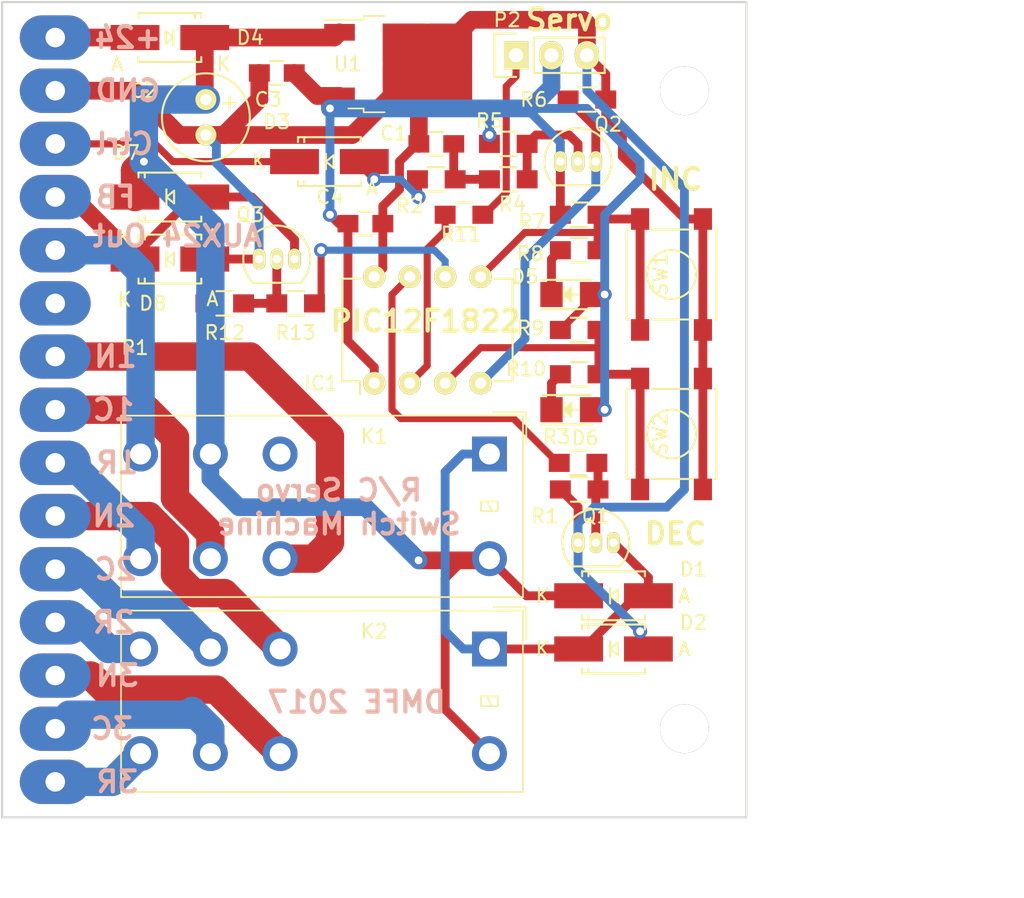
<source format=kicad_pcb>
(kicad_pcb (version 20170123) (host pcbnew "(2017-08-02 revision 9760937)-master")

  (general
    (thickness 1.6)
    (drawings 30)
    (tracks 253)
    (zones 0)
    (modules 38)
    (nets 33)
  )

  (page A)
  (title_block
    (title "R/C Servo Switch Machine")
    (date 10/8/2015)
    (rev NC)
    (company DMFE)
  )

  (layers
    (0 F.Cu signal)
    (31 B.Cu signal)
    (32 B.Adhes user hide)
    (33 F.Adhes user hide)
    (34 B.Paste user hide)
    (35 F.Paste user hide)
    (36 B.SilkS user)
    (37 F.SilkS user)
    (38 B.Mask user hide)
    (39 F.Mask user hide)
    (40 Dwgs.User user hide)
    (41 Cmts.User user)
    (42 Eco1.User user)
    (43 Eco2.User user)
    (44 Edge.Cuts user)
    (45 Margin user hide)
    (46 B.CrtYd user)
    (47 F.CrtYd user)
    (48 B.Fab user hide)
    (49 F.Fab user hide)
  )

  (setup
    (last_trace_width 0.3048)
    (user_trace_width 0.3048)
    (user_trace_width 0.508)
    (user_trace_width 0.635)
    (user_trace_width 1.27)
    (user_trace_width 2.032)
    (user_trace_width 2.54)
    (trace_clearance 0.2)
    (zone_clearance 0.508)
    (zone_45_only no)
    (trace_min 0.2)
    (segment_width 0.2)
    (edge_width 0.15)
    (via_size 1.016)
    (via_drill 0.5588)
    (via_min_size 0.4)
    (via_min_drill 0.3)
    (uvia_size 0.3)
    (uvia_drill 0.1)
    (uvias_allowed no)
    (uvia_min_size 0.2)
    (uvia_min_drill 0.1)
    (pcb_text_width 0.3)
    (pcb_text_size 1.5 1.5)
    (mod_edge_width 0.15)
    (mod_text_size 1 1)
    (mod_text_width 0.15)
    (pad_size 1.524 1.524)
    (pad_drill 0.762)
    (pad_to_mask_clearance 0)
    (aux_axis_origin 0 0)
    (visible_elements FFFFFFFF)
    (pcbplotparams
      (layerselection 0x010f0_80000001)
      (usegerberextensions true)
      (excludeedgelayer true)
      (linewidth 0.100000)
      (plotframeref false)
      (viasonmask false)
      (mode 1)
      (useauxorigin false)
      (hpglpennumber 1)
      (hpglpenspeed 20)
      (hpglpendiameter 15)
      (psnegative false)
      (psa4output false)
      (plotreference true)
      (plotvalue false)
      (plotinvisibletext false)
      (padsonsilk false)
      (subtractmaskfromsilk false)
      (outputformat 1)
      (mirror false)
      (drillshape 0)
      (scaleselection 1)
      (outputdirectory Fab/))
  )

  (net 0 "")
  (net 1 "Net-(C1-Pad1)")
  (net 2 GND)
  (net 3 +24V)
  (net 4 +5V)
  (net 5 "Net-(D1-Pad2)")
  (net 6 "Net-(D3-Pad1)")
  (net 7 "Net-(D3-Pad2)")
  (net 8 "Net-(D4-Pad2)")
  (net 9 "Net-(D5-Pad1)")
  (net 10 "Net-(D6-Pad1)")
  (net 11 "Net-(D7-Pad2)")
  (net 12 "Net-(IC1-Pad2)")
  (net 13 "Net-(IC1-Pad3)")
  (net 14 "Net-(IC1-Pad4)")
  (net 15 "Net-(IC1-Pad5)")
  (net 16 "Net-(IC1-Pad6)")
  (net 17 "Net-(IC1-Pad7)")
  (net 18 "Net-(K1-Pad5)")
  (net 19 "Net-(K2-Pad3)")
  (net 20 "Net-(K2-Pad5)")
  (net 21 "Net-(P2-Pad1)")
  (net 22 "Net-(Q1-Pad2)")
  (net 23 "Net-(Q2-Pad2)")
  (net 24 "Net-(Q3-Pad2)")
  (net 25 "Net-(K1-Pad2)")
  (net 26 "Net-(K1-Pad4)")
  (net 27 "Net-(K1-Pad6)")
  (net 28 "Net-(K1-Pad7)")
  (net 29 "Net-(K2-Pad7)")
  (net 30 "Net-(K2-Pad6)")
  (net 31 "Net-(K2-Pad4)")
  (net 32 "Net-(K2-Pad2)")

  (net_class Default "This is the default net class."
    (clearance 0.2)
    (trace_width 0.3048)
    (via_dia 1.016)
    (via_drill 0.5588)
    (uvia_dia 0.3)
    (uvia_drill 0.1)
    (add_net +24V)
    (add_net +5V)
    (add_net GND)
    (add_net "Net-(C1-Pad1)")
    (add_net "Net-(D1-Pad2)")
    (add_net "Net-(D3-Pad1)")
    (add_net "Net-(D3-Pad2)")
    (add_net "Net-(D4-Pad2)")
    (add_net "Net-(D5-Pad1)")
    (add_net "Net-(D6-Pad1)")
    (add_net "Net-(D7-Pad2)")
    (add_net "Net-(IC1-Pad2)")
    (add_net "Net-(IC1-Pad3)")
    (add_net "Net-(IC1-Pad4)")
    (add_net "Net-(IC1-Pad5)")
    (add_net "Net-(IC1-Pad6)")
    (add_net "Net-(IC1-Pad7)")
    (add_net "Net-(K1-Pad2)")
    (add_net "Net-(K1-Pad4)")
    (add_net "Net-(K1-Pad5)")
    (add_net "Net-(K1-Pad6)")
    (add_net "Net-(K1-Pad7)")
    (add_net "Net-(K2-Pad2)")
    (add_net "Net-(K2-Pad3)")
    (add_net "Net-(K2-Pad4)")
    (add_net "Net-(K2-Pad5)")
    (add_net "Net-(K2-Pad6)")
    (add_net "Net-(K2-Pad7)")
    (add_net "Net-(P2-Pad1)")
    (add_net "Net-(Q1-Pad2)")
    (add_net "Net-(Q2-Pad2)")
    (add_net "Net-(Q3-Pad2)")
  )

  (module Relays_THT:Relay_DPDT_Panasonic_JW2 (layer F.Cu) (tedit 596BCEE5) (tstamp 59841C0D)
    (at 132.08 81.28 270)
    (descr "Panasonic Relay DPDT, http://www3.panasonic.biz/ac/e_download/control/relay/power/catalog/mech_eng_jw.pdf?via=ok")
    (tags "Panasonic Relay DPDT")
    (path /5983B462)
    (fp_text reference K1 (at -1.27 8.255) (layer F.SilkS)
      (effects (font (size 1 1) (thickness 0.15)))
    )
    (fp_text value IM00 (at 3.75 27.94 270) (layer F.Fab)
      (effects (font (size 1 1) (thickness 0.15)))
    )
    (fp_line (start 10.15 26.3) (end 10.15 -2.3) (layer F.Fab) (width 0.1))
    (fp_line (start 10.15 -2.3) (end -2.65 -2.3) (layer F.Fab) (width 0.1))
    (fp_line (start -2.65 -2.3) (end -2.65 26.3) (layer F.Fab) (width 0.1))
    (fp_line (start -2.65 26.3) (end 10.15 26.3) (layer F.Fab) (width 0.1))
    (fp_line (start 1.5 0) (end 6 0) (layer F.Fab) (width 0.1))
    (fp_line (start -2.99 -0.3) (end -2.99 -2.64) (layer F.Fab) (width 0.1))
    (fp_line (start -2.99 -2.64) (end -0.65 -2.64) (layer F.Fab) (width 0.1))
    (fp_line (start 10.25 26.4) (end 10.25 -2.4) (layer F.SilkS) (width 0.12))
    (fp_line (start 10.25 -2.4) (end -2.75 -2.4) (layer F.SilkS) (width 0.12))
    (fp_line (start -2.75 -2.4) (end -2.75 26.4) (layer F.SilkS) (width 0.12))
    (fp_line (start -2.75 26.4) (end 10.25 26.4) (layer F.SilkS) (width 0.12))
    (fp_line (start 3.4 0.2) (end 4.1 -0.2) (layer F.SilkS) (width 0.12))
    (fp_line (start 4.1 0.6) (end 4.1 -0.6) (layer F.SilkS) (width 0.12))
    (fp_line (start 4.1 -0.6) (end 3.4 -0.6) (layer F.SilkS) (width 0.12))
    (fp_line (start 3.4 -0.6) (end 3.4 0.6) (layer F.SilkS) (width 0.12))
    (fp_line (start 3.4 0.6) (end 4.1 0.6) (layer F.SilkS) (width 0.12))
    (fp_line (start -2.99 -0.3) (end -2.99 -2.64) (layer F.SilkS) (width 0.12))
    (fp_line (start -2.99 -2.64) (end -0.65 -2.64) (layer F.SilkS) (width 0.12))
    (fp_line (start 10.4 26.55) (end 10.4 -2.55) (layer F.CrtYd) (width 0.05))
    (fp_line (start 10.4 -2.55) (end -2.9 -2.55) (layer F.CrtYd) (width 0.05))
    (fp_line (start -2.9 -2.55) (end -2.9 26.55) (layer F.CrtYd) (width 0.05))
    (fp_line (start -2.9 26.55) (end 10.4 26.55) (layer F.CrtYd) (width 0.05))
    (fp_text user %R (at 3.75 12 270) (layer F.Fab)
      (effects (font (size 1 1) (thickness 0.15)))
    )
    (pad 1 thru_hole rect (at 0 0 270) (size 2.5 2.5) (drill 1.5) (layers *.Cu *.Mask)
      (net 5 "Net-(D1-Pad2)"))
    (pad 2 thru_hole oval (at 0 15 270) (size 2.5 2.5) (drill 1.5) (layers *.Cu *.Mask)
      (net 25 "Net-(K1-Pad2)"))
    (pad 3 thru_hole oval (at 0 20 270) (size 2.5 2.5) (drill 1.5) (layers *.Cu *.Mask)
      (net 3 +24V))
    (pad 4 thru_hole oval (at 0 25 270) (size 2.5 2.5) (drill 1.5) (layers *.Cu *.Mask)
      (net 26 "Net-(K1-Pad4)"))
    (pad 5 thru_hole oval (at 7.5 25 270) (size 2.5 2.5) (drill 1.5) (layers *.Cu *.Mask)
      (net 18 "Net-(K1-Pad5)"))
    (pad 6 thru_hole oval (at 7.5 20 270) (size 2.5 2.5) (drill 1.5) (layers *.Cu *.Mask)
      (net 27 "Net-(K1-Pad6)"))
    (pad 7 thru_hole oval (at 7.5 15 270) (size 2.5 2.5) (drill 1.5) (layers *.Cu *.Mask)
      (net 28 "Net-(K1-Pad7)"))
    (pad 8 thru_hole oval (at 7.5 0 270) (size 2.5 2.5) (drill 1.5) (layers *.Cu *.Mask)
      (net 3 +24V))
    (model ${KISYS3DMOD}/Relays_THT.3dshapes/Relay_DPDT_Panasonic_JW2.wrl
      (at (xyz 0 0 0))
      (scale (xyz 1 1 1))
      (rotate (xyz 0 0 0))
    )
  )

  (module Wires:Wires_AWG20x15 (layer F.Cu) (tedit 5616F80F) (tstamp 5616F7B6)
    (at 100.965 51.435)
    (path /5615E11B)
    (fp_text reference P1 (at 5.715 22.225) (layer F.SilkS)
      (effects (font (size 1 1) (thickness 0.15)))
    )
    (fp_text value CONN_01X15 (at 0 -5.08) (layer F.Fab)
      (effects (font (size 1 1) (thickness 0.15)))
    )
    (pad 1 thru_hole oval (at 0 0) (size 5.08 3.175) (drill 1.397) (layers *.Cu *.Mask)
      (net 8 "Net-(D4-Pad2)"))
    (pad 2 thru_hole oval (at 0 3.81) (size 5.08 3.175) (drill 1.397) (layers *.Cu *.Mask)
      (net 2 GND))
    (pad 3 thru_hole oval (at 0 7.62) (size 5.08 3.175) (drill 1.397) (layers *.Cu *.Mask)
      (net 6 "Net-(D3-Pad1)"))
    (pad 4 thru_hole oval (at 0 11.43) (size 5.08 3.175) (drill 1.397) (layers *.Cu *.Mask)
      (net 11 "Net-(D7-Pad2)"))
    (pad 5 thru_hole oval (at 0 15.24) (size 5.08 3.175) (drill 1.397) (layers *.Cu *.Mask)
      (net 26 "Net-(K1-Pad4)"))
    (pad 6 thru_hole oval (at 0 19.05) (size 5.08 3.175) (drill 1.397) (layers *.Cu *.Mask))
    (pad 7 thru_hole oval (at 0 22.86) (size 5.08 3.175) (drill 1.397) (layers *.Cu *.Mask)
      (net 28 "Net-(K1-Pad7)"))
    (pad 8 thru_hole oval (at 0 26.67) (size 5.08 3.175) (drill 1.397) (layers *.Cu *.Mask)
      (net 27 "Net-(K1-Pad6)"))
    (pad 9 thru_hole oval (at 0 30.48) (size 5.08 3.175) (drill 1.397) (layers *.Cu *.Mask)
      (net 18 "Net-(K1-Pad5)"))
    (pad 10 thru_hole oval (at 0 34.29) (size 5.08 3.175) (drill 1.397) (layers *.Cu *.Mask)
      (net 32 "Net-(K2-Pad2)"))
    (pad 11 thru_hole oval (at 0 38.1) (size 5.08 3.175) (drill 1.397) (layers *.Cu *.Mask)
      (net 19 "Net-(K2-Pad3)"))
    (pad 12 thru_hole oval (at 0 41.91) (size 5.08 3.175) (drill 1.397) (layers *.Cu *.Mask)
      (net 31 "Net-(K2-Pad4)"))
    (pad 13 thru_hole oval (at 0 45.72) (size 5.08 3.175) (drill 1.397) (layers *.Cu *.Mask)
      (net 29 "Net-(K2-Pad7)"))
    (pad 14 thru_hole oval (at 0 49.53) (size 5.08 3.175) (drill 1.397) (layers *.Cu *.Mask)
      (net 30 "Net-(K2-Pad6)"))
    (pad 15 thru_hole oval (at 0 53.34) (size 5.08 3.175) (drill 1.397) (layers *.Cu *.Mask)
      (net 20 "Net-(K2-Pad5)"))
  )

  (module Capacitors_SMD:C_0805_HandSoldering (layer F.Cu) (tedit 541A9B8D) (tstamp 5616F8EC)
    (at 128.27 59.055 180)
    (descr "Capacitor SMD 0805, hand soldering")
    (tags "capacitor 0805")
    (path /5615F096)
    (attr smd)
    (fp_text reference C1 (at 3.048 0.762 180) (layer F.SilkS)
      (effects (font (size 1 1) (thickness 0.15)))
    )
    (fp_text value .1uF (at 0 2.1 180) (layer F.Fab)
      (effects (font (size 1 1) (thickness 0.15)))
    )
    (fp_line (start -2.3 -1) (end 2.3 -1) (layer F.CrtYd) (width 0.05))
    (fp_line (start -2.3 1) (end 2.3 1) (layer F.CrtYd) (width 0.05))
    (fp_line (start -2.3 -1) (end -2.3 1) (layer F.CrtYd) (width 0.05))
    (fp_line (start 2.3 -1) (end 2.3 1) (layer F.CrtYd) (width 0.05))
    (fp_line (start 0.5 -0.85) (end -0.5 -0.85) (layer F.SilkS) (width 0.15))
    (fp_line (start -0.5 0.85) (end 0.5 0.85) (layer F.SilkS) (width 0.15))
    (pad 1 smd rect (at -1.25 0 180) (size 1.5 1.25) (layers F.Cu F.Paste F.Mask)
      (net 1 "Net-(C1-Pad1)"))
    (pad 2 smd rect (at 1.25 0 180) (size 1.5 1.25) (layers F.Cu F.Paste F.Mask)
      (net 2 GND))
    (model Capacitors_SMD.3dshapes/C_0805_HandSoldering.wrl
      (at (xyz 0 0 0))
      (scale (xyz 1 1 1))
      (rotate (xyz 0 0 0))
    )
  )

  (module Capacitors_Elko_ThroughHole:Elko_vert_11.2x6.3mm_RM2.5_CopperClear (layer F.Cu) (tedit 5454A12B) (tstamp 5616F8F2)
    (at 111.76 55.88 270)
    (descr "Electrolytic Capacitor, vertical, diameter 6,3mm, RM 2,5mm, CopperClear, radial,")
    (tags "Electrolytic Capacitor, vertical, diameter 6,3mm, RM 2,5mm, Elko, Electrolytkondensator, Kondensator gepolt, Durchmesser 6,3mm, CopperClear, radial,")
    (path /5615E068)
    (fp_text reference C2 (at -0.635 4.445) (layer F.SilkS)
      (effects (font (size 1 1) (thickness 0.15)))
    )
    (fp_text value 33uF (at 1.27 5.08 270) (layer F.Fab)
      (effects (font (size 1 1) (thickness 0.15)))
    )
    (fp_line (start 0.26924 -1.69926) (end 0.76962 -1.69926) (layer F.SilkS) (width 0.15))
    (fp_line (start 0.26924 -1.69926) (end 0.26924 -2.19964) (layer F.SilkS) (width 0.15))
    (fp_line (start -0.23114 -1.69926) (end 0.26924 -1.69926) (layer F.SilkS) (width 0.15))
    (fp_line (start 0.26924 -1.69926) (end 0.26924 -1.30048) (layer F.SilkS) (width 0.15))
    (fp_line (start 0.26924 -1.30048) (end 0.26924 -1.19888) (layer F.SilkS) (width 0.15))
    (fp_circle (center 1.27 0) (end 4.4196 0) (layer F.SilkS) (width 0.15))
    (pad 2 thru_hole circle (at 2.54 0 270) (size 1.50114 1.50114) (drill 0.8001) (layers *.Cu *.Mask F.SilkS)
      (net 2 GND))
    (pad 1 thru_hole circle (at 0 0 270) (size 1.50114 1.50114) (drill 0.8001) (layers *.Cu *.Mask F.SilkS)
      (net 3 +24V))
    (model Capacitors_Elko_ThroughHole.3dshapes/Elko_vert_11.2x6.3mm_RM2.5_CopperClear.wrl
      (at (xyz 0 0 0))
      (scale (xyz 1 1 1))
      (rotate (xyz 0 0 0))
    )
  )

  (module Capacitors_SMD:C_0805_HandSoldering (layer F.Cu) (tedit 541A9B8D) (tstamp 5616F8F8)
    (at 116.84 53.975 180)
    (descr "Capacitor SMD 0805, hand soldering")
    (tags "capacitor 0805")
    (path /5615E08D)
    (attr smd)
    (fp_text reference C3 (at 0.615 -1.905 180) (layer F.SilkS)
      (effects (font (size 1 1) (thickness 0.15)))
    )
    (fp_text value .1uF (at 0 2.1 180) (layer F.Fab)
      (effects (font (size 1 1) (thickness 0.15)))
    )
    (fp_line (start -2.3 -1) (end 2.3 -1) (layer F.CrtYd) (width 0.05))
    (fp_line (start -2.3 1) (end 2.3 1) (layer F.CrtYd) (width 0.05))
    (fp_line (start -2.3 -1) (end -2.3 1) (layer F.CrtYd) (width 0.05))
    (fp_line (start 2.3 -1) (end 2.3 1) (layer F.CrtYd) (width 0.05))
    (fp_line (start 0.5 -0.85) (end -0.5 -0.85) (layer F.SilkS) (width 0.15))
    (fp_line (start -0.5 0.85) (end 0.5 0.85) (layer F.SilkS) (width 0.15))
    (pad 1 smd rect (at -1.25 0 180) (size 1.5 1.25) (layers F.Cu F.Paste F.Mask)
      (net 4 +5V))
    (pad 2 smd rect (at 1.25 0 180) (size 1.5 1.25) (layers F.Cu F.Paste F.Mask)
      (net 2 GND))
    (model Capacitors_SMD.3dshapes/C_0805_HandSoldering.wrl
      (at (xyz 0 0 0))
      (scale (xyz 1 1 1))
      (rotate (xyz 0 0 0))
    )
  )

  (module Capacitors_SMD:C_0805_HandSoldering (layer F.Cu) (tedit 541A9B8D) (tstamp 5616F8FE)
    (at 123.19 64.77)
    (descr "Capacitor SMD 0805, hand soldering")
    (tags "capacitor 0805")
    (path /5615E0CC)
    (attr smd)
    (fp_text reference C4 (at -2.54 -1.905) (layer F.SilkS)
      (effects (font (size 1 1) (thickness 0.15)))
    )
    (fp_text value .1uF (at 0 2.1) (layer F.Fab)
      (effects (font (size 1 1) (thickness 0.15)))
    )
    (fp_line (start -2.3 -1) (end 2.3 -1) (layer F.CrtYd) (width 0.05))
    (fp_line (start -2.3 1) (end 2.3 1) (layer F.CrtYd) (width 0.05))
    (fp_line (start -2.3 -1) (end -2.3 1) (layer F.CrtYd) (width 0.05))
    (fp_line (start 2.3 -1) (end 2.3 1) (layer F.CrtYd) (width 0.05))
    (fp_line (start 0.5 -0.85) (end -0.5 -0.85) (layer F.SilkS) (width 0.15))
    (fp_line (start -0.5 0.85) (end 0.5 0.85) (layer F.SilkS) (width 0.15))
    (pad 1 smd rect (at -1.25 0) (size 1.5 1.25) (layers F.Cu F.Paste F.Mask)
      (net 4 +5V))
    (pad 2 smd rect (at 1.25 0) (size 1.5 1.25) (layers F.Cu F.Paste F.Mask)
      (net 2 GND))
    (model Capacitors_SMD.3dshapes/C_0805_HandSoldering.wrl
      (at (xyz 0 0 0))
      (scale (xyz 1 1 1))
      (rotate (xyz 0 0 0))
    )
  )

  (module Diodes_SMD:Diode-SMA_Handsoldering (layer F.Cu) (tedit 552FF1AB) (tstamp 5616F904)
    (at 140.97 91.44)
    (descr "Diode SMA Handsoldering")
    (tags "Diode SMA Handsoldering")
    (path /5616087C)
    (attr smd)
    (fp_text reference D1 (at 5.715 -1.905) (layer F.SilkS)
      (effects (font (size 1 1) (thickness 0.15)))
    )
    (fp_text value D (at 0.05 1.27) (layer F.Fab)
      (effects (font (size 1 1) (thickness 0.15)))
    )
    (fp_line (start -4.5 -2) (end 4.5 -2) (layer F.CrtYd) (width 0.05))
    (fp_line (start 4.5 -2) (end 4.5 2) (layer F.CrtYd) (width 0.05))
    (fp_line (start 4.5 2) (end -4.5 2) (layer F.CrtYd) (width 0.05))
    (fp_line (start -4.5 2) (end -4.5 -2) (layer F.CrtYd) (width 0.05))
    (fp_line (start -0.25 0) (end 0.3 -0.45) (layer F.SilkS) (width 0.15))
    (fp_line (start 0.3 -0.45) (end 0.3 0.45) (layer F.SilkS) (width 0.15))
    (fp_line (start 0.3 0.45) (end -0.25 0) (layer F.SilkS) (width 0.15))
    (fp_line (start -0.25 -0.55) (end -0.25 0.55) (layer F.SilkS) (width 0.15))
    (fp_text user K (at -5.08 0) (layer F.SilkS)
      (effects (font (size 1 1) (thickness 0.15)))
    )
    (fp_text user A (at 5.08 0) (layer F.SilkS)
      (effects (font (size 1 1) (thickness 0.15)))
    )
    (fp_line (start -1.79914 1.75006) (end -1.79914 1.39954) (layer F.SilkS) (width 0.15))
    (fp_line (start -1.79914 -1.75006) (end -1.79914 -1.39954) (layer F.SilkS) (width 0.15))
    (fp_line (start 2.25044 1.75006) (end 2.25044 1.39954) (layer F.SilkS) (width 0.15))
    (fp_line (start -2.25044 1.75006) (end -2.25044 1.39954) (layer F.SilkS) (width 0.15))
    (fp_line (start -2.25044 -1.75006) (end -2.25044 -1.39954) (layer F.SilkS) (width 0.15))
    (fp_line (start 2.25044 -1.75006) (end 2.25044 -1.39954) (layer F.SilkS) (width 0.15))
    (fp_line (start -2.25044 1.75006) (end 2.25044 1.75006) (layer F.SilkS) (width 0.15))
    (fp_line (start -2.25044 -1.75006) (end 2.25044 -1.75006) (layer F.SilkS) (width 0.15))
    (pad 1 smd rect (at -2.49936 0) (size 3.50012 1.80086) (layers F.Cu F.Paste F.Mask)
      (net 3 +24V))
    (pad 2 smd rect (at 2.49936 0) (size 3.50012 1.80086) (layers F.Cu F.Paste F.Mask)
      (net 5 "Net-(D1-Pad2)"))
    (model Diodes_SMD.3dshapes/Diode-SMA_Handsoldering.wrl
      (at (xyz 0 0 0))
      (scale (xyz 0.3937 0.3937 0.3937))
      (rotate (xyz 0 0 180))
    )
  )

  (module Diodes_SMD:Diode-SMA_Handsoldering (layer F.Cu) (tedit 552FF1AB) (tstamp 5616F90A)
    (at 140.97 95.25)
    (descr "Diode SMA Handsoldering")
    (tags "Diode SMA Handsoldering")
    (path /5616090E)
    (attr smd)
    (fp_text reference D2 (at 5.715 -1.905) (layer F.SilkS)
      (effects (font (size 1 1) (thickness 0.15)))
    )
    (fp_text value D (at 0.05 1.27) (layer F.Fab)
      (effects (font (size 1 1) (thickness 0.15)))
    )
    (fp_line (start -4.5 -2) (end 4.5 -2) (layer F.CrtYd) (width 0.05))
    (fp_line (start 4.5 -2) (end 4.5 2) (layer F.CrtYd) (width 0.05))
    (fp_line (start 4.5 2) (end -4.5 2) (layer F.CrtYd) (width 0.05))
    (fp_line (start -4.5 2) (end -4.5 -2) (layer F.CrtYd) (width 0.05))
    (fp_line (start -0.25 0) (end 0.3 -0.45) (layer F.SilkS) (width 0.15))
    (fp_line (start 0.3 -0.45) (end 0.3 0.45) (layer F.SilkS) (width 0.15))
    (fp_line (start 0.3 0.45) (end -0.25 0) (layer F.SilkS) (width 0.15))
    (fp_line (start -0.25 -0.55) (end -0.25 0.55) (layer F.SilkS) (width 0.15))
    (fp_text user K (at -5.08 0) (layer F.SilkS)
      (effects (font (size 1 1) (thickness 0.15)))
    )
    (fp_text user A (at 5.08 0) (layer F.SilkS)
      (effects (font (size 1 1) (thickness 0.15)))
    )
    (fp_line (start -1.79914 1.75006) (end -1.79914 1.39954) (layer F.SilkS) (width 0.15))
    (fp_line (start -1.79914 -1.75006) (end -1.79914 -1.39954) (layer F.SilkS) (width 0.15))
    (fp_line (start 2.25044 1.75006) (end 2.25044 1.39954) (layer F.SilkS) (width 0.15))
    (fp_line (start -2.25044 1.75006) (end -2.25044 1.39954) (layer F.SilkS) (width 0.15))
    (fp_line (start -2.25044 -1.75006) (end -2.25044 -1.39954) (layer F.SilkS) (width 0.15))
    (fp_line (start 2.25044 -1.75006) (end 2.25044 -1.39954) (layer F.SilkS) (width 0.15))
    (fp_line (start -2.25044 1.75006) (end 2.25044 1.75006) (layer F.SilkS) (width 0.15))
    (fp_line (start -2.25044 -1.75006) (end 2.25044 -1.75006) (layer F.SilkS) (width 0.15))
    (pad 1 smd rect (at -2.49936 0) (size 3.50012 1.80086) (layers F.Cu F.Paste F.Mask)
      (net 5 "Net-(D1-Pad2)"))
    (pad 2 smd rect (at 2.49936 0) (size 3.50012 1.80086) (layers F.Cu F.Paste F.Mask)
      (net 2 GND))
    (model Diodes_SMD.3dshapes/Diode-SMA_Handsoldering.wrl
      (at (xyz 0 0 0))
      (scale (xyz 0.3937 0.3937 0.3937))
      (rotate (xyz 0 0 180))
    )
  )

  (module Diodes_SMD:Diode-SMA_Handsoldering (layer F.Cu) (tedit 552FF1AB) (tstamp 5616F910)
    (at 120.60936 60.325)
    (descr "Diode SMA Handsoldering")
    (tags "Diode SMA Handsoldering")
    (path /5615EFBB)
    (attr smd)
    (fp_text reference D3 (at -3.76936 -2.85) (layer F.SilkS)
      (effects (font (size 1 1) (thickness 0.15)))
    )
    (fp_text value D (at 0.05 4.4) (layer F.Fab)
      (effects (font (size 1 1) (thickness 0.15)))
    )
    (fp_line (start -4.5 -2) (end 4.5 -2) (layer F.CrtYd) (width 0.05))
    (fp_line (start 4.5 -2) (end 4.5 2) (layer F.CrtYd) (width 0.05))
    (fp_line (start 4.5 2) (end -4.5 2) (layer F.CrtYd) (width 0.05))
    (fp_line (start -4.5 2) (end -4.5 -2) (layer F.CrtYd) (width 0.05))
    (fp_line (start -0.25 0) (end 0.3 -0.45) (layer F.SilkS) (width 0.15))
    (fp_line (start 0.3 -0.45) (end 0.3 0.45) (layer F.SilkS) (width 0.15))
    (fp_line (start 0.3 0.45) (end -0.25 0) (layer F.SilkS) (width 0.15))
    (fp_line (start -0.25 -0.55) (end -0.25 0.55) (layer F.SilkS) (width 0.15))
    (fp_text user K (at -5.03936 0) (layer F.SilkS)
      (effects (font (size 1 1) (thickness 0.15)))
    )
    (fp_text user A (at 3.05 1.905) (layer F.SilkS)
      (effects (font (size 1 1) (thickness 0.15)))
    )
    (fp_line (start -1.79914 1.75006) (end -1.79914 1.39954) (layer F.SilkS) (width 0.15))
    (fp_line (start -1.79914 -1.75006) (end -1.79914 -1.39954) (layer F.SilkS) (width 0.15))
    (fp_line (start 2.25044 1.75006) (end 2.25044 1.39954) (layer F.SilkS) (width 0.15))
    (fp_line (start -2.25044 1.75006) (end -2.25044 1.39954) (layer F.SilkS) (width 0.15))
    (fp_line (start -2.25044 -1.75006) (end -2.25044 -1.39954) (layer F.SilkS) (width 0.15))
    (fp_line (start 2.25044 -1.75006) (end 2.25044 -1.39954) (layer F.SilkS) (width 0.15))
    (fp_line (start -2.25044 1.75006) (end 2.25044 1.75006) (layer F.SilkS) (width 0.15))
    (fp_line (start -2.25044 -1.75006) (end 2.25044 -1.75006) (layer F.SilkS) (width 0.15))
    (pad 1 smd rect (at -2.49936 0) (size 3.50012 1.80086) (layers F.Cu F.Paste F.Mask)
      (net 6 "Net-(D3-Pad1)"))
    (pad 2 smd rect (at 2.49936 0) (size 3.50012 1.80086) (layers F.Cu F.Paste F.Mask)
      (net 7 "Net-(D3-Pad2)"))
    (model Diodes_SMD.3dshapes/Diode-SMA_Handsoldering.wrl
      (at (xyz 0 0 0))
      (scale (xyz 0.3937 0.3937 0.3937))
      (rotate (xyz 0 0 180))
    )
  )

  (module Diodes_SMD:Diode-SMA_Handsoldering (layer F.Cu) (tedit 552FF1AB) (tstamp 5616F916)
    (at 109.17936 51.435 180)
    (descr "Diode SMA Handsoldering")
    (tags "Diode SMA Handsoldering")
    (path /5615E03B)
    (attr smd)
    (fp_text reference D4 (at -5.75564 0 180) (layer F.SilkS)
      (effects (font (size 1 1) (thickness 0.15)))
    )
    (fp_text value D (at 0.05 4.4 180) (layer F.Fab)
      (effects (font (size 1 1) (thickness 0.15)))
    )
    (fp_line (start -4.5 -2) (end 4.5 -2) (layer F.CrtYd) (width 0.05))
    (fp_line (start 4.5 -2) (end 4.5 2) (layer F.CrtYd) (width 0.05))
    (fp_line (start 4.5 2) (end -4.5 2) (layer F.CrtYd) (width 0.05))
    (fp_line (start -4.5 2) (end -4.5 -2) (layer F.CrtYd) (width 0.05))
    (fp_line (start -0.25 0) (end 0.3 -0.45) (layer F.SilkS) (width 0.15))
    (fp_line (start 0.3 -0.45) (end 0.3 0.45) (layer F.SilkS) (width 0.15))
    (fp_line (start 0.3 0.45) (end -0.25 0) (layer F.SilkS) (width 0.15))
    (fp_line (start -0.25 -0.55) (end -0.25 0.55) (layer F.SilkS) (width 0.15))
    (fp_text user K (at -3.85064 -1.905 180) (layer F.SilkS)
      (effects (font (size 1 1) (thickness 0.15)))
    )
    (fp_text user A (at 3.76936 -1.905 180) (layer F.SilkS)
      (effects (font (size 1 1) (thickness 0.15)))
    )
    (fp_line (start -1.79914 1.75006) (end -1.79914 1.39954) (layer F.SilkS) (width 0.15))
    (fp_line (start -1.79914 -1.75006) (end -1.79914 -1.39954) (layer F.SilkS) (width 0.15))
    (fp_line (start 2.25044 1.75006) (end 2.25044 1.39954) (layer F.SilkS) (width 0.15))
    (fp_line (start -2.25044 1.75006) (end -2.25044 1.39954) (layer F.SilkS) (width 0.15))
    (fp_line (start -2.25044 -1.75006) (end -2.25044 -1.39954) (layer F.SilkS) (width 0.15))
    (fp_line (start 2.25044 -1.75006) (end 2.25044 -1.39954) (layer F.SilkS) (width 0.15))
    (fp_line (start -2.25044 1.75006) (end 2.25044 1.75006) (layer F.SilkS) (width 0.15))
    (fp_line (start -2.25044 -1.75006) (end 2.25044 -1.75006) (layer F.SilkS) (width 0.15))
    (pad 1 smd rect (at -2.49936 0 180) (size 3.50012 1.80086) (layers F.Cu F.Paste F.Mask)
      (net 3 +24V))
    (pad 2 smd rect (at 2.49936 0 180) (size 3.50012 1.80086) (layers F.Cu F.Paste F.Mask)
      (net 8 "Net-(D4-Pad2)"))
    (model Diodes_SMD.3dshapes/Diode-SMA_Handsoldering.wrl
      (at (xyz 0 0 0))
      (scale (xyz 0.3937 0.3937 0.3937))
      (rotate (xyz 0 0 180))
    )
  )

  (module LEDs:LED-1206 (layer F.Cu) (tedit 55BDE2E8) (tstamp 5616F91C)
    (at 137.94486 69.85)
    (descr "LED 1206 smd package")
    (tags "LED1206 SMD")
    (path /5615FCA7)
    (attr smd)
    (fp_text reference D5 (at -3.32486 -1.27) (layer F.SilkS)
      (effects (font (size 1 1) (thickness 0.15)))
    )
    (fp_text value LED (at 0 2) (layer F.Fab)
      (effects (font (size 1 1) (thickness 0.15)))
    )
    (fp_line (start -2.15 1.05) (end 1.45 1.05) (layer F.SilkS) (width 0.15))
    (fp_line (start -2.15 -1.05) (end 1.45 -1.05) (layer F.SilkS) (width 0.15))
    (fp_line (start -0.1 -0.3) (end -0.1 0.3) (layer F.SilkS) (width 0.15))
    (fp_line (start -0.1 0.3) (end -0.4 0) (layer F.SilkS) (width 0.15))
    (fp_line (start -0.4 0) (end -0.2 -0.2) (layer F.SilkS) (width 0.15))
    (fp_line (start -0.2 -0.2) (end -0.2 0.05) (layer F.SilkS) (width 0.15))
    (fp_line (start -0.2 0.05) (end -0.25 0) (layer F.SilkS) (width 0.15))
    (fp_line (start -0.5 -0.5) (end -0.5 0.5) (layer F.SilkS) (width 0.15))
    (fp_line (start 0 0) (end 0.5 0) (layer F.SilkS) (width 0.15))
    (fp_line (start -0.5 0) (end 0 -0.5) (layer F.SilkS) (width 0.15))
    (fp_line (start 0 -0.5) (end 0 0.5) (layer F.SilkS) (width 0.15))
    (fp_line (start 0 0.5) (end -0.5 0) (layer F.SilkS) (width 0.15))
    (fp_line (start 2.5 -1.25) (end -2.5 -1.25) (layer F.CrtYd) (width 0.05))
    (fp_line (start -2.5 -1.25) (end -2.5 1.25) (layer F.CrtYd) (width 0.05))
    (fp_line (start -2.5 1.25) (end 2.5 1.25) (layer F.CrtYd) (width 0.05))
    (fp_line (start 2.5 1.25) (end 2.5 -1.25) (layer F.CrtYd) (width 0.05))
    (pad 2 smd rect (at 1.41986 0 180) (size 1.59766 1.80086) (layers F.Cu F.Paste F.Mask)
      (net 4 +5V))
    (pad 1 smd rect (at -1.41986 0 180) (size 1.59766 1.80086) (layers F.Cu F.Paste F.Mask)
      (net 9 "Net-(D5-Pad1)"))
  )

  (module LEDs:LED-1206 (layer F.Cu) (tedit 55BDE2E8) (tstamp 5616F922)
    (at 137.94486 78.105)
    (descr "LED 1206 smd package")
    (tags "LED1206 SMD")
    (path /5615FD14)
    (attr smd)
    (fp_text reference D6 (at 0.99314 2.032) (layer F.SilkS)
      (effects (font (size 1 1) (thickness 0.15)))
    )
    (fp_text value LED (at 0 2) (layer F.Fab)
      (effects (font (size 1 1) (thickness 0.15)))
    )
    (fp_line (start -2.15 1.05) (end 1.45 1.05) (layer F.SilkS) (width 0.15))
    (fp_line (start -2.15 -1.05) (end 1.45 -1.05) (layer F.SilkS) (width 0.15))
    (fp_line (start -0.1 -0.3) (end -0.1 0.3) (layer F.SilkS) (width 0.15))
    (fp_line (start -0.1 0.3) (end -0.4 0) (layer F.SilkS) (width 0.15))
    (fp_line (start -0.4 0) (end -0.2 -0.2) (layer F.SilkS) (width 0.15))
    (fp_line (start -0.2 -0.2) (end -0.2 0.05) (layer F.SilkS) (width 0.15))
    (fp_line (start -0.2 0.05) (end -0.25 0) (layer F.SilkS) (width 0.15))
    (fp_line (start -0.5 -0.5) (end -0.5 0.5) (layer F.SilkS) (width 0.15))
    (fp_line (start 0 0) (end 0.5 0) (layer F.SilkS) (width 0.15))
    (fp_line (start -0.5 0) (end 0 -0.5) (layer F.SilkS) (width 0.15))
    (fp_line (start 0 -0.5) (end 0 0.5) (layer F.SilkS) (width 0.15))
    (fp_line (start 0 0.5) (end -0.5 0) (layer F.SilkS) (width 0.15))
    (fp_line (start 2.5 -1.25) (end -2.5 -1.25) (layer F.CrtYd) (width 0.05))
    (fp_line (start -2.5 -1.25) (end -2.5 1.25) (layer F.CrtYd) (width 0.05))
    (fp_line (start -2.5 1.25) (end 2.5 1.25) (layer F.CrtYd) (width 0.05))
    (fp_line (start 2.5 1.25) (end 2.5 -1.25) (layer F.CrtYd) (width 0.05))
    (pad 2 smd rect (at 1.41986 0 180) (size 1.59766 1.80086) (layers F.Cu F.Paste F.Mask)
      (net 4 +5V))
    (pad 1 smd rect (at -1.41986 0 180) (size 1.59766 1.80086) (layers F.Cu F.Paste F.Mask)
      (net 10 "Net-(D6-Pad1)"))
  )

  (module Diodes_SMD:Diode-SMA_Handsoldering (layer F.Cu) (tedit 552FF1AB) (tstamp 5616F928)
    (at 109.17936 62.865)
    (descr "Diode SMA Handsoldering")
    (tags "Diode SMA Handsoldering")
    (path /5616168F)
    (attr smd)
    (fp_text reference D7 (at -3.13436 -3.175) (layer F.SilkS)
      (effects (font (size 1 1) (thickness 0.15)))
    )
    (fp_text value SMA (at 0.05 4.4) (layer F.Fab)
      (effects (font (size 1 1) (thickness 0.15)))
    )
    (fp_line (start -4.5 -2) (end 4.5 -2) (layer F.CrtYd) (width 0.05))
    (fp_line (start 4.5 -2) (end 4.5 2) (layer F.CrtYd) (width 0.05))
    (fp_line (start 4.5 2) (end -4.5 2) (layer F.CrtYd) (width 0.05))
    (fp_line (start -4.5 2) (end -4.5 -2) (layer F.CrtYd) (width 0.05))
    (fp_line (start -0.25 0) (end 0.3 -0.45) (layer F.SilkS) (width 0.15))
    (fp_line (start 0.3 -0.45) (end 0.3 0.45) (layer F.SilkS) (width 0.15))
    (fp_line (start 0.3 0.45) (end -0.25 0) (layer F.SilkS) (width 0.15))
    (fp_line (start -0.25 -0.55) (end -0.25 0.55) (layer F.SilkS) (width 0.15))
    (fp_text user K (at -3.25 2.9) (layer F.SilkS)
      (effects (font (size 1 1) (thickness 0.15)))
    )
    (fp_text user A (at 3.05 2.85) (layer F.SilkS)
      (effects (font (size 1 1) (thickness 0.15)))
    )
    (fp_line (start -1.79914 1.75006) (end -1.79914 1.39954) (layer F.SilkS) (width 0.15))
    (fp_line (start -1.79914 -1.75006) (end -1.79914 -1.39954) (layer F.SilkS) (width 0.15))
    (fp_line (start 2.25044 1.75006) (end 2.25044 1.39954) (layer F.SilkS) (width 0.15))
    (fp_line (start -2.25044 1.75006) (end -2.25044 1.39954) (layer F.SilkS) (width 0.15))
    (fp_line (start -2.25044 -1.75006) (end -2.25044 -1.39954) (layer F.SilkS) (width 0.15))
    (fp_line (start 2.25044 -1.75006) (end 2.25044 -1.39954) (layer F.SilkS) (width 0.15))
    (fp_line (start -2.25044 1.75006) (end 2.25044 1.75006) (layer F.SilkS) (width 0.15))
    (fp_line (start -2.25044 -1.75006) (end 2.25044 -1.75006) (layer F.SilkS) (width 0.15))
    (pad 1 smd rect (at -2.49936 0) (size 3.50012 1.80086) (layers F.Cu F.Paste F.Mask)
      (net 3 +24V))
    (pad 2 smd rect (at 2.49936 0) (size 3.50012 1.80086) (layers F.Cu F.Paste F.Mask)
      (net 11 "Net-(D7-Pad2)"))
    (model Diodes_SMD.3dshapes/Diode-SMA_Handsoldering.wrl
      (at (xyz 0 0 0))
      (scale (xyz 0.3937 0.3937 0.3937))
      (rotate (xyz 0 0 180))
    )
  )

  (module Diodes_SMD:Diode-SMA_Handsoldering (layer F.Cu) (tedit 552FF1AB) (tstamp 5616F92E)
    (at 109.17936 67.31)
    (descr "Diode SMA Handsoldering")
    (tags "Diode SMA Handsoldering")
    (path /56161695)
    (attr smd)
    (fp_text reference D8 (at -1.22936 3.175) (layer F.SilkS)
      (effects (font (size 1 1) (thickness 0.15)))
    )
    (fp_text value SMA (at 0.05 4.4) (layer F.Fab)
      (effects (font (size 1 1) (thickness 0.15)))
    )
    (fp_line (start -4.5 -2) (end 4.5 -2) (layer F.CrtYd) (width 0.05))
    (fp_line (start 4.5 -2) (end 4.5 2) (layer F.CrtYd) (width 0.05))
    (fp_line (start 4.5 2) (end -4.5 2) (layer F.CrtYd) (width 0.05))
    (fp_line (start -4.5 2) (end -4.5 -2) (layer F.CrtYd) (width 0.05))
    (fp_line (start -0.25 0) (end 0.3 -0.45) (layer F.SilkS) (width 0.15))
    (fp_line (start 0.3 -0.45) (end 0.3 0.45) (layer F.SilkS) (width 0.15))
    (fp_line (start 0.3 0.45) (end -0.25 0) (layer F.SilkS) (width 0.15))
    (fp_line (start -0.25 -0.55) (end -0.25 0.55) (layer F.SilkS) (width 0.15))
    (fp_text user K (at -3.25 2.9) (layer F.SilkS)
      (effects (font (size 1 1) (thickness 0.15)))
    )
    (fp_text user A (at 3.05 2.85) (layer F.SilkS)
      (effects (font (size 1 1) (thickness 0.15)))
    )
    (fp_line (start -1.79914 1.75006) (end -1.79914 1.39954) (layer F.SilkS) (width 0.15))
    (fp_line (start -1.79914 -1.75006) (end -1.79914 -1.39954) (layer F.SilkS) (width 0.15))
    (fp_line (start 2.25044 1.75006) (end 2.25044 1.39954) (layer F.SilkS) (width 0.15))
    (fp_line (start -2.25044 1.75006) (end -2.25044 1.39954) (layer F.SilkS) (width 0.15))
    (fp_line (start -2.25044 -1.75006) (end -2.25044 -1.39954) (layer F.SilkS) (width 0.15))
    (fp_line (start 2.25044 -1.75006) (end 2.25044 -1.39954) (layer F.SilkS) (width 0.15))
    (fp_line (start -2.25044 1.75006) (end 2.25044 1.75006) (layer F.SilkS) (width 0.15))
    (fp_line (start -2.25044 -1.75006) (end 2.25044 -1.75006) (layer F.SilkS) (width 0.15))
    (pad 1 smd rect (at -2.49936 0) (size 3.50012 1.80086) (layers F.Cu F.Paste F.Mask)
      (net 11 "Net-(D7-Pad2)"))
    (pad 2 smd rect (at 2.49936 0) (size 3.50012 1.80086) (layers F.Cu F.Paste F.Mask)
      (net 2 GND))
    (model Diodes_SMD.3dshapes/Diode-SMA_Handsoldering.wrl
      (at (xyz 0 0 0))
      (scale (xyz 0.3937 0.3937 0.3937))
      (rotate (xyz 0 0 180))
    )
  )

  (module Housings_DIP:DIP-8_W7.62mm (layer F.Cu) (tedit 54130A77) (tstamp 5616F93A)
    (at 123.825 76.2 90)
    (descr "8-lead dip package, row spacing 7.62 mm (300 mils)")
    (tags "dil dip 2.54 300")
    (path /5615DFEB)
    (fp_text reference IC1 (at 0 -3.81 180) (layer F.SilkS)
      (effects (font (size 1 1) (thickness 0.15)))
    )
    (fp_text value PIC12F1822-I/P (at 0 -3.72 90) (layer F.Fab)
      (effects (font (size 1 1) (thickness 0.15)))
    )
    (fp_line (start -1.05 -2.45) (end -1.05 10.1) (layer F.CrtYd) (width 0.05))
    (fp_line (start 8.65 -2.45) (end 8.65 10.1) (layer F.CrtYd) (width 0.05))
    (fp_line (start -1.05 -2.45) (end 8.65 -2.45) (layer F.CrtYd) (width 0.05))
    (fp_line (start -1.05 10.1) (end 8.65 10.1) (layer F.CrtYd) (width 0.05))
    (fp_line (start 0.135 -2.295) (end 0.135 -1.025) (layer F.SilkS) (width 0.15))
    (fp_line (start 7.485 -2.295) (end 7.485 -1.025) (layer F.SilkS) (width 0.15))
    (fp_line (start 7.485 9.915) (end 7.485 8.645) (layer F.SilkS) (width 0.15))
    (fp_line (start 0.135 9.915) (end 0.135 8.645) (layer F.SilkS) (width 0.15))
    (fp_line (start 0.135 -2.295) (end 7.485 -2.295) (layer F.SilkS) (width 0.15))
    (fp_line (start 0.135 9.915) (end 7.485 9.915) (layer F.SilkS) (width 0.15))
    (fp_line (start 0.135 -1.025) (end -0.8 -1.025) (layer F.SilkS) (width 0.15))
    (pad 1 thru_hole oval (at 0 0 90) (size 1.6 1.6) (drill 0.8) (layers *.Cu *.Mask F.SilkS)
      (net 4 +5V))
    (pad 2 thru_hole oval (at 0 2.54 90) (size 1.6 1.6) (drill 0.8) (layers *.Cu *.Mask F.SilkS)
      (net 12 "Net-(IC1-Pad2)"))
    (pad 3 thru_hole oval (at 0 5.08 90) (size 1.6 1.6) (drill 0.8) (layers *.Cu *.Mask F.SilkS)
      (net 13 "Net-(IC1-Pad3)"))
    (pad 4 thru_hole oval (at 0 7.62 90) (size 1.6 1.6) (drill 0.8) (layers *.Cu *.Mask F.SilkS)
      (net 14 "Net-(IC1-Pad4)"))
    (pad 5 thru_hole oval (at 7.62 7.62 90) (size 1.6 1.6) (drill 0.8) (layers *.Cu *.Mask F.SilkS)
      (net 15 "Net-(IC1-Pad5)"))
    (pad 6 thru_hole oval (at 7.62 5.08 90) (size 1.6 1.6) (drill 0.8) (layers *.Cu *.Mask F.SilkS)
      (net 16 "Net-(IC1-Pad6)"))
    (pad 7 thru_hole oval (at 7.62 2.54 90) (size 1.6 1.6) (drill 0.8) (layers *.Cu *.Mask F.SilkS)
      (net 17 "Net-(IC1-Pad7)"))
    (pad 8 thru_hole oval (at 7.62 0 90) (size 1.6 1.6) (drill 0.8) (layers *.Cu *.Mask F.SilkS)
      (net 2 GND))
    (model Housings_DIP.3dshapes/DIP-8_W7.62mm.wrl
      (at (xyz 0 0 0))
      (scale (xyz 1 1 1))
      (rotate (xyz 0 0 0))
    )
  )

  (module Pin_Headers:Pin_Header_Straight_1x03 (layer F.Cu) (tedit 0) (tstamp 5616F941)
    (at 133.985 52.705 90)
    (descr "Through hole pin header")
    (tags "pin header")
    (path /5615E998)
    (fp_text reference P2 (at 2.54 -0.635 180) (layer F.SilkS)
      (effects (font (size 1 1) (thickness 0.15)))
    )
    (fp_text value CONN_01X03 (at 0 -3.1 90) (layer F.Fab)
      (effects (font (size 1 1) (thickness 0.15)))
    )
    (fp_line (start -1.75 -1.75) (end -1.75 6.85) (layer F.CrtYd) (width 0.05))
    (fp_line (start 1.75 -1.75) (end 1.75 6.85) (layer F.CrtYd) (width 0.05))
    (fp_line (start -1.75 -1.75) (end 1.75 -1.75) (layer F.CrtYd) (width 0.05))
    (fp_line (start -1.75 6.85) (end 1.75 6.85) (layer F.CrtYd) (width 0.05))
    (fp_line (start -1.27 1.27) (end -1.27 6.35) (layer F.SilkS) (width 0.15))
    (fp_line (start -1.27 6.35) (end 1.27 6.35) (layer F.SilkS) (width 0.15))
    (fp_line (start 1.27 6.35) (end 1.27 1.27) (layer F.SilkS) (width 0.15))
    (fp_line (start 1.55 -1.55) (end 1.55 0) (layer F.SilkS) (width 0.15))
    (fp_line (start 1.27 1.27) (end -1.27 1.27) (layer F.SilkS) (width 0.15))
    (fp_line (start -1.55 0) (end -1.55 -1.55) (layer F.SilkS) (width 0.15))
    (fp_line (start -1.55 -1.55) (end 1.55 -1.55) (layer F.SilkS) (width 0.15))
    (pad 1 thru_hole rect (at 0 0 90) (size 2.032 1.7272) (drill 1.016) (layers *.Cu *.Mask F.SilkS)
      (net 21 "Net-(P2-Pad1)"))
    (pad 2 thru_hole oval (at 0 2.54 90) (size 2.032 1.7272) (drill 1.016) (layers *.Cu *.Mask F.SilkS)
      (net 4 +5V))
    (pad 3 thru_hole oval (at 0 5.08 90) (size 2.032 1.7272) (drill 1.016) (layers *.Cu *.Mask F.SilkS)
      (net 2 GND))
    (model Pin_Headers.3dshapes/Pin_Header_Straight_1x03.wrl
      (at (xyz 0 -0.1 0))
      (scale (xyz 1 1 1))
      (rotate (xyz 0 0 90))
    )
  )

  (module Housings_TO-92:TO-92_Inline_Narrow_Oval (layer F.Cu) (tedit 54F24281) (tstamp 5616F948)
    (at 138.43 87.63)
    (descr "TO-92 leads in-line, narrow, oval pads, drill 0.6mm (see NXP sot054_po.pdf)")
    (tags "to-92 sc-43 sc-43a sot54 PA33 transistor")
    (path /5615F0F6)
    (fp_text reference Q1 (at 1.27 -1.905) (layer F.SilkS)
      (effects (font (size 1 1) (thickness 0.15)))
    )
    (fp_text value 2N7000 (at 0 3) (layer F.Fab)
      (effects (font (size 1 1) (thickness 0.15)))
    )
    (fp_line (start -1.4 1.95) (end -1.4 -2.65) (layer F.CrtYd) (width 0.05))
    (fp_line (start -1.4 1.95) (end 3.95 1.95) (layer F.CrtYd) (width 0.05))
    (fp_line (start -0.43 1.7) (end 2.97 1.7) (layer F.SilkS) (width 0.15))
    (fp_arc (start 1.27 0) (end 1.27 -2.4) (angle -135) (layer F.SilkS) (width 0.15))
    (fp_arc (start 1.27 0) (end 1.27 -2.4) (angle 135) (layer F.SilkS) (width 0.15))
    (fp_line (start -1.4 -2.65) (end 3.95 -2.65) (layer F.CrtYd) (width 0.05))
    (fp_line (start 3.95 1.95) (end 3.95 -2.65) (layer F.CrtYd) (width 0.05))
    (pad 2 thru_hole oval (at 1.27 0 180) (size 0.89916 1.50114) (drill 0.6) (layers *.Cu *.Mask F.SilkS)
      (net 22 "Net-(Q1-Pad2)"))
    (pad 3 thru_hole oval (at 2.54 0 180) (size 0.89916 1.50114) (drill 0.6) (layers *.Cu *.Mask F.SilkS)
      (net 5 "Net-(D1-Pad2)"))
    (pad 1 thru_hole oval (at 0 0 180) (size 0.89916 1.50114) (drill 0.6) (layers *.Cu *.Mask F.SilkS)
      (net 2 GND))
    (model Housings_TO-92.3dshapes/TO-92_Inline_Narrow_Oval.wrl
      (at (xyz 0.05 0 0))
      (scale (xyz 1 1 1))
      (rotate (xyz 0 0 -90))
    )
  )

  (module Housings_TO-92:TO-92_Inline_Narrow_Oval (layer F.Cu) (tedit 54F24281) (tstamp 5616F94F)
    (at 137.16 60.325)
    (descr "TO-92 leads in-line, narrow, oval pads, drill 0.6mm (see NXP sot054_po.pdf)")
    (tags "to-92 sc-43 sc-43a sot54 PA33 transistor")
    (path /5615F168)
    (fp_text reference Q2 (at 3.429 -2.667) (layer F.SilkS)
      (effects (font (size 1 1) (thickness 0.15)))
    )
    (fp_text value 2N3906 (at 0 3) (layer F.Fab)
      (effects (font (size 1 1) (thickness 0.15)))
    )
    (fp_line (start -1.4 1.95) (end -1.4 -2.65) (layer F.CrtYd) (width 0.05))
    (fp_line (start -1.4 1.95) (end 3.95 1.95) (layer F.CrtYd) (width 0.05))
    (fp_line (start -0.43 1.7) (end 2.97 1.7) (layer F.SilkS) (width 0.15))
    (fp_arc (start 1.27 0) (end 1.27 -2.4) (angle -135) (layer F.SilkS) (width 0.15))
    (fp_arc (start 1.27 0) (end 1.27 -2.4) (angle 135) (layer F.SilkS) (width 0.15))
    (fp_line (start -1.4 -2.65) (end 3.95 -2.65) (layer F.CrtYd) (width 0.05))
    (fp_line (start 3.95 1.95) (end 3.95 -2.65) (layer F.CrtYd) (width 0.05))
    (pad 2 thru_hole oval (at 1.27 0 180) (size 0.89916 1.50114) (drill 0.6) (layers *.Cu *.Mask F.SilkS)
      (net 23 "Net-(Q2-Pad2)"))
    (pad 3 thru_hole oval (at 2.54 0 180) (size 0.89916 1.50114) (drill 0.6) (layers *.Cu *.Mask F.SilkS)
      (net 14 "Net-(IC1-Pad4)"))
    (pad 1 thru_hole oval (at 0 0 180) (size 0.89916 1.50114) (drill 0.6) (layers *.Cu *.Mask F.SilkS)
      (net 4 +5V))
    (model Housings_TO-92.3dshapes/TO-92_Inline_Narrow_Oval.wrl
      (at (xyz 0.05 0 0))
      (scale (xyz 1 1 1))
      (rotate (xyz 0 0 -90))
    )
  )

  (module Housings_TO-92:TO-92_Inline_Narrow_Oval (layer F.Cu) (tedit 54F24281) (tstamp 5616F956)
    (at 115.57 67.31)
    (descr "TO-92 leads in-line, narrow, oval pads, drill 0.6mm (see NXP sot054_po.pdf)")
    (tags "to-92 sc-43 sc-43a sot54 PA33 transistor")
    (path /56161683)
    (fp_text reference Q3 (at -0.635 -3.175) (layer F.SilkS)
      (effects (font (size 1 1) (thickness 0.15)))
    )
    (fp_text value 2N7000 (at 0 3) (layer F.Fab)
      (effects (font (size 1 1) (thickness 0.15)))
    )
    (fp_line (start -1.4 1.95) (end -1.4 -2.65) (layer F.CrtYd) (width 0.05))
    (fp_line (start -1.4 1.95) (end 3.95 1.95) (layer F.CrtYd) (width 0.05))
    (fp_line (start -0.43 1.7) (end 2.97 1.7) (layer F.SilkS) (width 0.15))
    (fp_arc (start 1.27 0) (end 1.27 -2.4) (angle -135) (layer F.SilkS) (width 0.15))
    (fp_arc (start 1.27 0) (end 1.27 -2.4) (angle 135) (layer F.SilkS) (width 0.15))
    (fp_line (start -1.4 -2.65) (end 3.95 -2.65) (layer F.CrtYd) (width 0.05))
    (fp_line (start 3.95 1.95) (end 3.95 -2.65) (layer F.CrtYd) (width 0.05))
    (pad 2 thru_hole oval (at 1.27 0 180) (size 0.89916 1.50114) (drill 0.6) (layers *.Cu *.Mask F.SilkS)
      (net 24 "Net-(Q3-Pad2)"))
    (pad 3 thru_hole oval (at 2.54 0 180) (size 0.89916 1.50114) (drill 0.6) (layers *.Cu *.Mask F.SilkS)
      (net 11 "Net-(D7-Pad2)"))
    (pad 1 thru_hole oval (at 0 0 180) (size 0.89916 1.50114) (drill 0.6) (layers *.Cu *.Mask F.SilkS)
      (net 2 GND))
    (model Housings_TO-92.3dshapes/TO-92_Inline_Narrow_Oval.wrl
      (at (xyz 0.05 0 0))
      (scale (xyz 1 1 1))
      (rotate (xyz 0 0 -90))
    )
  )

  (module Resistors_SMD:R_0805_HandSoldering (layer F.Cu) (tedit 54189DEE) (tstamp 5616F95C)
    (at 138.51 83.82 180)
    (descr "Resistor SMD 0805, hand soldering")
    (tags "resistor 0805")
    (path /56161263)
    (attr smd)
    (fp_text reference R1 (at 2.46 -1.905 180) (layer F.SilkS)
      (effects (font (size 1 1) (thickness 0.15)))
    )
    (fp_text value 47K (at 0 2.1 180) (layer F.Fab)
      (effects (font (size 1 1) (thickness 0.15)))
    )
    (fp_line (start -2.4 -1) (end 2.4 -1) (layer F.CrtYd) (width 0.05))
    (fp_line (start -2.4 1) (end 2.4 1) (layer F.CrtYd) (width 0.05))
    (fp_line (start -2.4 -1) (end -2.4 1) (layer F.CrtYd) (width 0.05))
    (fp_line (start 2.4 -1) (end 2.4 1) (layer F.CrtYd) (width 0.05))
    (fp_line (start 0.6 0.875) (end -0.6 0.875) (layer F.SilkS) (width 0.15))
    (fp_line (start -0.6 -0.875) (end 0.6 -0.875) (layer F.SilkS) (width 0.15))
    (pad 1 smd rect (at -1.35 0 180) (size 1.5 1.3) (layers F.Cu F.Paste F.Mask)
      (net 22 "Net-(Q1-Pad2)"))
    (pad 2 smd rect (at 1.35 0 180) (size 1.5 1.3) (layers F.Cu F.Paste F.Mask)
      (net 2 GND))
    (model Resistors_SMD.3dshapes/R_0805_HandSoldering.wrl
      (at (xyz 0 0 0))
      (scale (xyz 1 1 1))
      (rotate (xyz 0 0 0))
    )
  )

  (module Resistors_SMD:R_0805_HandSoldering (layer F.Cu) (tedit 54189DEE) (tstamp 5616F962)
    (at 128.27 61.595 180)
    (descr "Resistor SMD 0805, hand soldering")
    (tags "resistor 0805")
    (path /5615EF3D)
    (attr smd)
    (fp_text reference R2 (at 1.905 -1.905 180) (layer F.SilkS)
      (effects (font (size 1 1) (thickness 0.15)))
    )
    (fp_text value 1K (at 0 2.1 180) (layer F.Fab)
      (effects (font (size 1 1) (thickness 0.15)))
    )
    (fp_line (start -2.4 -1) (end 2.4 -1) (layer F.CrtYd) (width 0.05))
    (fp_line (start -2.4 1) (end 2.4 1) (layer F.CrtYd) (width 0.05))
    (fp_line (start -2.4 -1) (end -2.4 1) (layer F.CrtYd) (width 0.05))
    (fp_line (start 2.4 -1) (end 2.4 1) (layer F.CrtYd) (width 0.05))
    (fp_line (start 0.6 0.875) (end -0.6 0.875) (layer F.SilkS) (width 0.15))
    (fp_line (start -0.6 -0.875) (end 0.6 -0.875) (layer F.SilkS) (width 0.15))
    (pad 1 smd rect (at -1.35 0 180) (size 1.5 1.3) (layers F.Cu F.Paste F.Mask)
      (net 1 "Net-(C1-Pad1)"))
    (pad 2 smd rect (at 1.35 0 180) (size 1.5 1.3) (layers F.Cu F.Paste F.Mask)
      (net 7 "Net-(D3-Pad2)"))
    (model Resistors_SMD.3dshapes/R_0805_HandSoldering.wrl
      (at (xyz 0 0 0))
      (scale (xyz 1 1 1))
      (rotate (xyz 0 0 0))
    )
  )

  (module Resistors_SMD:R_0805_HandSoldering (layer F.Cu) (tedit 54189DEE) (tstamp 5616F968)
    (at 138.43 81.915)
    (descr "Resistor SMD 0805, hand soldering")
    (tags "resistor 0805")
    (path /561611D8)
    (attr smd)
    (fp_text reference R3 (at -1.539555 -1.862351) (layer F.SilkS)
      (effects (font (size 1 1) (thickness 0.15)))
    )
    (fp_text value 1K (at 0 2.1) (layer F.Fab)
      (effects (font (size 1 1) (thickness 0.15)))
    )
    (fp_line (start -2.4 -1) (end 2.4 -1) (layer F.CrtYd) (width 0.05))
    (fp_line (start -2.4 1) (end 2.4 1) (layer F.CrtYd) (width 0.05))
    (fp_line (start -2.4 -1) (end -2.4 1) (layer F.CrtYd) (width 0.05))
    (fp_line (start 2.4 -1) (end 2.4 1) (layer F.CrtYd) (width 0.05))
    (fp_line (start 0.6 0.875) (end -0.6 0.875) (layer F.SilkS) (width 0.15))
    (fp_line (start -0.6 -0.875) (end 0.6 -0.875) (layer F.SilkS) (width 0.15))
    (pad 1 smd rect (at -1.35 0) (size 1.5 1.3) (layers F.Cu F.Paste F.Mask)
      (net 17 "Net-(IC1-Pad7)"))
    (pad 2 smd rect (at 1.35 0) (size 1.5 1.3) (layers F.Cu F.Paste F.Mask)
      (net 22 "Net-(Q1-Pad2)"))
    (model Resistors_SMD.3dshapes/R_0805_HandSoldering.wrl
      (at (xyz 0 0 0))
      (scale (xyz 1 1 1))
      (rotate (xyz 0 0 0))
    )
  )

  (module Resistors_SMD:R_0805_HandSoldering (layer F.Cu) (tedit 54189DEE) (tstamp 5616F96E)
    (at 133.43 61.595 180)
    (descr "Resistor SMD 0805, hand soldering")
    (tags "resistor 0805")
    (path /5615F017)
    (attr smd)
    (fp_text reference R4 (at -0.301 -1.778 180) (layer F.SilkS)
      (effects (font (size 1 1) (thickness 0.15)))
    )
    (fp_text value 10K (at 0 2.1 180) (layer F.Fab)
      (effects (font (size 1 1) (thickness 0.15)))
    )
    (fp_line (start -2.4 -1) (end 2.4 -1) (layer F.CrtYd) (width 0.05))
    (fp_line (start -2.4 1) (end 2.4 1) (layer F.CrtYd) (width 0.05))
    (fp_line (start -2.4 -1) (end -2.4 1) (layer F.CrtYd) (width 0.05))
    (fp_line (start 2.4 -1) (end 2.4 1) (layer F.CrtYd) (width 0.05))
    (fp_line (start 0.6 0.875) (end -0.6 0.875) (layer F.SilkS) (width 0.15))
    (fp_line (start -0.6 -0.875) (end 0.6 -0.875) (layer F.SilkS) (width 0.15))
    (pad 1 smd rect (at -1.35 0 180) (size 1.5 1.3) (layers F.Cu F.Paste F.Mask)
      (net 23 "Net-(Q2-Pad2)"))
    (pad 2 smd rect (at 1.35 0 180) (size 1.5 1.3) (layers F.Cu F.Paste F.Mask)
      (net 1 "Net-(C1-Pad1)"))
    (model Resistors_SMD.3dshapes/R_0805_HandSoldering.wrl
      (at (xyz 0 0 0))
      (scale (xyz 1 1 1))
      (rotate (xyz 0 0 0))
    )
  )

  (module Resistors_SMD:R_0805_HandSoldering (layer F.Cu) (tedit 54189DEE) (tstamp 5616F974)
    (at 133.43 59.055)
    (descr "Resistor SMD 0805, hand soldering")
    (tags "resistor 0805")
    (path /5615F057)
    (attr smd)
    (fp_text reference R5 (at -1.35 -1.651) (layer F.SilkS)
      (effects (font (size 1 1) (thickness 0.15)))
    )
    (fp_text value 47K (at 0 2.1) (layer F.Fab)
      (effects (font (size 1 1) (thickness 0.15)))
    )
    (fp_line (start -2.4 -1) (end 2.4 -1) (layer F.CrtYd) (width 0.05))
    (fp_line (start -2.4 1) (end 2.4 1) (layer F.CrtYd) (width 0.05))
    (fp_line (start -2.4 -1) (end -2.4 1) (layer F.CrtYd) (width 0.05))
    (fp_line (start 2.4 -1) (end 2.4 1) (layer F.CrtYd) (width 0.05))
    (fp_line (start 0.6 0.875) (end -0.6 0.875) (layer F.SilkS) (width 0.15))
    (fp_line (start -0.6 -0.875) (end 0.6 -0.875) (layer F.SilkS) (width 0.15))
    (pad 1 smd rect (at -1.35 0) (size 1.5 1.3) (layers F.Cu F.Paste F.Mask)
      (net 4 +5V))
    (pad 2 smd rect (at 1.35 0) (size 1.5 1.3) (layers F.Cu F.Paste F.Mask)
      (net 23 "Net-(Q2-Pad2)"))
    (model Resistors_SMD.3dshapes/R_0805_HandSoldering.wrl
      (at (xyz 0 0 0))
      (scale (xyz 1 1 1))
      (rotate (xyz 0 0 0))
    )
  )

  (module Resistors_SMD:R_0805_HandSoldering (layer F.Cu) (tedit 54189DEE) (tstamp 5616F97A)
    (at 139.065 55.88 180)
    (descr "Resistor SMD 0805, hand soldering")
    (tags "resistor 0805")
    (path /5615F21C)
    (attr smd)
    (fp_text reference R6 (at 3.81 0 180) (layer F.SilkS)
      (effects (font (size 1 1) (thickness 0.15)))
    )
    (fp_text value 47K (at 0 2.1 180) (layer F.Fab)
      (effects (font (size 1 1) (thickness 0.15)))
    )
    (fp_line (start -2.4 -1) (end 2.4 -1) (layer F.CrtYd) (width 0.05))
    (fp_line (start -2.4 1) (end 2.4 1) (layer F.CrtYd) (width 0.05))
    (fp_line (start -2.4 -1) (end -2.4 1) (layer F.CrtYd) (width 0.05))
    (fp_line (start 2.4 -1) (end 2.4 1) (layer F.CrtYd) (width 0.05))
    (fp_line (start 0.6 0.875) (end -0.6 0.875) (layer F.SilkS) (width 0.15))
    (fp_line (start -0.6 -0.875) (end 0.6 -0.875) (layer F.SilkS) (width 0.15))
    (pad 1 smd rect (at -1.35 0 180) (size 1.5 1.3) (layers F.Cu F.Paste F.Mask)
      (net 2 GND))
    (pad 2 smd rect (at 1.35 0 180) (size 1.5 1.3) (layers F.Cu F.Paste F.Mask)
      (net 14 "Net-(IC1-Pad4)"))
    (model Resistors_SMD.3dshapes/R_0805_HandSoldering.wrl
      (at (xyz 0 0 0))
      (scale (xyz 1 1 1))
      (rotate (xyz 0 0 0))
    )
  )

  (module Resistors_SMD:R_0805_HandSoldering (layer F.Cu) (tedit 54189DEE) (tstamp 5616F980)
    (at 138.51 64.135)
    (descr "Resistor SMD 0805, hand soldering")
    (tags "resistor 0805")
    (path /5615FEF5)
    (attr smd)
    (fp_text reference R7 (at -3.382 0.508) (layer F.SilkS)
      (effects (font (size 1 1) (thickness 0.15)))
    )
    (fp_text value 47K (at 0 2.1) (layer F.Fab)
      (effects (font (size 1 1) (thickness 0.15)))
    )
    (fp_line (start -2.4 -1) (end 2.4 -1) (layer F.CrtYd) (width 0.05))
    (fp_line (start -2.4 1) (end 2.4 1) (layer F.CrtYd) (width 0.05))
    (fp_line (start -2.4 -1) (end -2.4 1) (layer F.CrtYd) (width 0.05))
    (fp_line (start 2.4 -1) (end 2.4 1) (layer F.CrtYd) (width 0.05))
    (fp_line (start 0.6 0.875) (end -0.6 0.875) (layer F.SilkS) (width 0.15))
    (fp_line (start -0.6 -0.875) (end 0.6 -0.875) (layer F.SilkS) (width 0.15))
    (pad 1 smd rect (at -1.35 0) (size 1.5 1.3) (layers F.Cu F.Paste F.Mask)
      (net 4 +5V))
    (pad 2 smd rect (at 1.35 0) (size 1.5 1.3) (layers F.Cu F.Paste F.Mask)
      (net 15 "Net-(IC1-Pad5)"))
    (model Resistors_SMD.3dshapes/R_0805_HandSoldering.wrl
      (at (xyz 0 0 0))
      (scale (xyz 1 1 1))
      (rotate (xyz 0 0 0))
    )
  )

  (module Resistors_SMD:R_0805_HandSoldering (layer F.Cu) (tedit 54189DEE) (tstamp 5616F986)
    (at 138.51 66.675)
    (descr "Resistor SMD 0805, hand soldering")
    (tags "resistor 0805")
    (path /5615FDC0)
    (attr smd)
    (fp_text reference R8 (at -3.509 0.254) (layer F.SilkS)
      (effects (font (size 1 1) (thickness 0.15)))
    )
    (fp_text value 1K (at 0 2.1) (layer F.Fab)
      (effects (font (size 1 1) (thickness 0.15)))
    )
    (fp_line (start -2.4 -1) (end 2.4 -1) (layer F.CrtYd) (width 0.05))
    (fp_line (start -2.4 1) (end 2.4 1) (layer F.CrtYd) (width 0.05))
    (fp_line (start -2.4 -1) (end -2.4 1) (layer F.CrtYd) (width 0.05))
    (fp_line (start 2.4 -1) (end 2.4 1) (layer F.CrtYd) (width 0.05))
    (fp_line (start 0.6 0.875) (end -0.6 0.875) (layer F.SilkS) (width 0.15))
    (fp_line (start -0.6 -0.875) (end 0.6 -0.875) (layer F.SilkS) (width 0.15))
    (pad 1 smd rect (at -1.35 0) (size 1.5 1.3) (layers F.Cu F.Paste F.Mask)
      (net 9 "Net-(D5-Pad1)"))
    (pad 2 smd rect (at 1.35 0) (size 1.5 1.3) (layers F.Cu F.Paste F.Mask)
      (net 15 "Net-(IC1-Pad5)"))
    (model Resistors_SMD.3dshapes/R_0805_HandSoldering.wrl
      (at (xyz 0 0 0))
      (scale (xyz 1 1 1))
      (rotate (xyz 0 0 0))
    )
  )

  (module Resistors_SMD:R_0805_HandSoldering (layer F.Cu) (tedit 54189DEE) (tstamp 5616F98C)
    (at 138.51 72.39)
    (descr "Resistor SMD 0805, hand soldering")
    (tags "resistor 0805")
    (path /5615FF65)
    (attr smd)
    (fp_text reference R9 (at -3.476 -0.127) (layer F.SilkS)
      (effects (font (size 1 1) (thickness 0.15)))
    )
    (fp_text value 47K (at 0 2.1) (layer F.Fab)
      (effects (font (size 1 1) (thickness 0.15)))
    )
    (fp_line (start -2.4 -1) (end 2.4 -1) (layer F.CrtYd) (width 0.05))
    (fp_line (start -2.4 1) (end 2.4 1) (layer F.CrtYd) (width 0.05))
    (fp_line (start -2.4 -1) (end -2.4 1) (layer F.CrtYd) (width 0.05))
    (fp_line (start 2.4 -1) (end 2.4 1) (layer F.CrtYd) (width 0.05))
    (fp_line (start 0.6 0.875) (end -0.6 0.875) (layer F.SilkS) (width 0.15))
    (fp_line (start -0.6 -0.875) (end 0.6 -0.875) (layer F.SilkS) (width 0.15))
    (pad 1 smd rect (at -1.35 0) (size 1.5 1.3) (layers F.Cu F.Paste F.Mask)
      (net 4 +5V))
    (pad 2 smd rect (at 1.35 0) (size 1.5 1.3) (layers F.Cu F.Paste F.Mask)
      (net 13 "Net-(IC1-Pad3)"))
    (model Resistors_SMD.3dshapes/R_0805_HandSoldering.wrl
      (at (xyz 0 0 0))
      (scale (xyz 1 1 1))
      (rotate (xyz 0 0 0))
    )
  )

  (module Resistors_SMD:R_0805_HandSoldering (layer F.Cu) (tedit 54189DEE) (tstamp 5616F992)
    (at 138.51 75.565)
    (descr "Resistor SMD 0805, hand soldering")
    (tags "resistor 0805")
    (path /5615FE34)
    (attr smd)
    (fp_text reference R10 (at -3.81 -0.381) (layer F.SilkS)
      (effects (font (size 1 1) (thickness 0.15)))
    )
    (fp_text value 1K (at 0 2.1) (layer F.Fab)
      (effects (font (size 1 1) (thickness 0.15)))
    )
    (fp_line (start -2.4 -1) (end 2.4 -1) (layer F.CrtYd) (width 0.05))
    (fp_line (start -2.4 1) (end 2.4 1) (layer F.CrtYd) (width 0.05))
    (fp_line (start -2.4 -1) (end -2.4 1) (layer F.CrtYd) (width 0.05))
    (fp_line (start 2.4 -1) (end 2.4 1) (layer F.CrtYd) (width 0.05))
    (fp_line (start 0.6 0.875) (end -0.6 0.875) (layer F.SilkS) (width 0.15))
    (fp_line (start -0.6 -0.875) (end 0.6 -0.875) (layer F.SilkS) (width 0.15))
    (pad 1 smd rect (at -1.35 0) (size 1.5 1.3) (layers F.Cu F.Paste F.Mask)
      (net 10 "Net-(D6-Pad1)"))
    (pad 2 smd rect (at 1.35 0) (size 1.5 1.3) (layers F.Cu F.Paste F.Mask)
      (net 13 "Net-(IC1-Pad3)"))
    (model Resistors_SMD.3dshapes/R_0805_HandSoldering.wrl
      (at (xyz 0 0 0))
      (scale (xyz 1 1 1))
      (rotate (xyz 0 0 0))
    )
  )

  (module Resistors_SMD:R_0805_HandSoldering (layer F.Cu) (tedit 54189DEE) (tstamp 5616F998)
    (at 130.255 64.135 180)
    (descr "Resistor SMD 0805, hand soldering")
    (tags "resistor 0805")
    (path /5615EA82)
    (attr smd)
    (fp_text reference R11 (at 0.207 -1.397 180) (layer F.SilkS)
      (effects (font (size 1 1) (thickness 0.15)))
    )
    (fp_text value 220R (at 0 2.1 180) (layer F.Fab)
      (effects (font (size 1 1) (thickness 0.15)))
    )
    (fp_line (start -2.4 -1) (end 2.4 -1) (layer F.CrtYd) (width 0.05))
    (fp_line (start -2.4 1) (end 2.4 1) (layer F.CrtYd) (width 0.05))
    (fp_line (start -2.4 -1) (end -2.4 1) (layer F.CrtYd) (width 0.05))
    (fp_line (start 2.4 -1) (end 2.4 1) (layer F.CrtYd) (width 0.05))
    (fp_line (start 0.6 0.875) (end -0.6 0.875) (layer F.SilkS) (width 0.15))
    (fp_line (start -0.6 -0.875) (end 0.6 -0.875) (layer F.SilkS) (width 0.15))
    (pad 1 smd rect (at -1.35 0 180) (size 1.5 1.3) (layers F.Cu F.Paste F.Mask)
      (net 21 "Net-(P2-Pad1)"))
    (pad 2 smd rect (at 1.35 0 180) (size 1.5 1.3) (layers F.Cu F.Paste F.Mask)
      (net 12 "Net-(IC1-Pad2)"))
    (model Resistors_SMD.3dshapes/R_0805_HandSoldering.wrl
      (at (xyz 0 0 0))
      (scale (xyz 1 1 1))
      (rotate (xyz 0 0 0))
    )
  )

  (module Resistors_SMD:R_0805_HandSoldering (layer F.Cu) (tedit 54189DEE) (tstamp 5616F99E)
    (at 113.11 70.485 180)
    (descr "Resistor SMD 0805, hand soldering")
    (tags "resistor 0805")
    (path /561616B7)
    (attr smd)
    (fp_text reference R12 (at 0 -2.1 180) (layer F.SilkS)
      (effects (font (size 1 1) (thickness 0.15)))
    )
    (fp_text value 47K (at 0 2.1 180) (layer F.Fab)
      (effects (font (size 1 1) (thickness 0.15)))
    )
    (fp_line (start -2.4 -1) (end 2.4 -1) (layer F.CrtYd) (width 0.05))
    (fp_line (start -2.4 1) (end 2.4 1) (layer F.CrtYd) (width 0.05))
    (fp_line (start -2.4 -1) (end -2.4 1) (layer F.CrtYd) (width 0.05))
    (fp_line (start 2.4 -1) (end 2.4 1) (layer F.CrtYd) (width 0.05))
    (fp_line (start 0.6 0.875) (end -0.6 0.875) (layer F.SilkS) (width 0.15))
    (fp_line (start -0.6 -0.875) (end 0.6 -0.875) (layer F.SilkS) (width 0.15))
    (pad 1 smd rect (at -1.35 0 180) (size 1.5 1.3) (layers F.Cu F.Paste F.Mask)
      (net 24 "Net-(Q3-Pad2)"))
    (pad 2 smd rect (at 1.35 0 180) (size 1.5 1.3) (layers F.Cu F.Paste F.Mask)
      (net 2 GND))
    (model Resistors_SMD.3dshapes/R_0805_HandSoldering.wrl
      (at (xyz 0 0 0))
      (scale (xyz 1 1 1))
      (rotate (xyz 0 0 0))
    )
  )

  (module Resistors_SMD:R_0805_HandSoldering (layer F.Cu) (tedit 54189DEE) (tstamp 5616F9A4)
    (at 118.19 70.485 180)
    (descr "Resistor SMD 0805, hand soldering")
    (tags "resistor 0805")
    (path /561616B1)
    (attr smd)
    (fp_text reference R13 (at 0 -2.1 180) (layer F.SilkS)
      (effects (font (size 1 1) (thickness 0.15)))
    )
    (fp_text value 1K (at 0 2.1 180) (layer F.Fab)
      (effects (font (size 1 1) (thickness 0.15)))
    )
    (fp_line (start -2.4 -1) (end 2.4 -1) (layer F.CrtYd) (width 0.05))
    (fp_line (start -2.4 1) (end 2.4 1) (layer F.CrtYd) (width 0.05))
    (fp_line (start -2.4 -1) (end -2.4 1) (layer F.CrtYd) (width 0.05))
    (fp_line (start 2.4 -1) (end 2.4 1) (layer F.CrtYd) (width 0.05))
    (fp_line (start 0.6 0.875) (end -0.6 0.875) (layer F.SilkS) (width 0.15))
    (fp_line (start -0.6 -0.875) (end 0.6 -0.875) (layer F.SilkS) (width 0.15))
    (pad 1 smd rect (at -1.35 0 180) (size 1.5 1.3) (layers F.Cu F.Paste F.Mask)
      (net 16 "Net-(IC1-Pad6)"))
    (pad 2 smd rect (at 1.35 0 180) (size 1.5 1.3) (layers F.Cu F.Paste F.Mask)
      (net 24 "Net-(Q3-Pad2)"))
    (model Resistors_SMD.3dshapes/R_0805_HandSoldering.wrl
      (at (xyz 0 0 0))
      (scale (xyz 1 1 1))
      (rotate (xyz 0 0 0))
    )
  )

  (module Buttons_Switches_SMD:SW_SPST_PTS645 (layer F.Cu) (tedit 54EA6920) (tstamp 5616F9AC)
    (at 145.125 68.415 90)
    (descr "C&K Components SPST SMD PTS645 Series 6mm Tact Switch")
    (tags "SPST Button Switch")
    (path /5615FBDF)
    (fp_text reference SW1 (at 0 -0.8 90) (layer F.SilkS)
      (effects (font (size 1 1) (thickness 0.15)))
    )
    (fp_text value SW_PUSH (at 0.05 0.8 90) (layer F.Fab)
      (effects (font (size 1 1) (thickness 0.15)))
    )
    (fp_circle (center 0 0) (end 1.75 -0.05) (layer F.SilkS) (width 0.15))
    (fp_line (start 5.05 3.4) (end 5.05 -3.4) (layer F.CrtYd) (width 0.05))
    (fp_line (start -5.05 -3.4) (end -5.05 3.4) (layer F.CrtYd) (width 0.05))
    (fp_line (start -5.05 3.4) (end 5.05 3.4) (layer F.CrtYd) (width 0.05))
    (fp_line (start -5.05 -3.4) (end 5.05 -3.4) (layer F.CrtYd) (width 0.05))
    (fp_line (start 3.225 -3.225) (end 3.225 -3.1) (layer F.SilkS) (width 0.15))
    (fp_line (start 3.225 3.225) (end 3.225 3.1) (layer F.SilkS) (width 0.15))
    (fp_line (start -3.225 3.225) (end -3.225 3.1) (layer F.SilkS) (width 0.15))
    (fp_line (start -3.225 -3.1) (end -3.225 -3.225) (layer F.SilkS) (width 0.15))
    (fp_line (start 3.225 -1.4) (end 3.225 1.4) (layer F.SilkS) (width 0.15))
    (fp_line (start -3.225 -3.225) (end 3.225 -3.225) (layer F.SilkS) (width 0.15))
    (fp_line (start -3.225 -1.4) (end -3.225 1.4) (layer F.SilkS) (width 0.15))
    (fp_line (start -3.225 3.225) (end 3.225 3.225) (layer F.SilkS) (width 0.15))
    (pad 2 smd rect (at -3.975 2.25 90) (size 1.55 1.3) (layers F.Cu F.Paste F.Mask)
      (net 2 GND))
    (pad 1 smd rect (at -3.975 -2.25 90) (size 1.55 1.3) (layers F.Cu F.Paste F.Mask)
      (net 15 "Net-(IC1-Pad5)"))
    (pad 1 smd rect (at 3.975 -2.25 90) (size 1.55 1.3) (layers F.Cu F.Paste F.Mask)
      (net 15 "Net-(IC1-Pad5)"))
    (pad 2 smd rect (at 3.975 2.25 90) (size 1.55 1.3) (layers F.Cu F.Paste F.Mask)
      (net 2 GND))
  )

  (module Buttons_Switches_SMD:SW_SPST_PTS645 (layer F.Cu) (tedit 54EA6920) (tstamp 5616F9B4)
    (at 145.125 79.845 90)
    (descr "C&K Components SPST SMD PTS645 Series 6mm Tact Switch")
    (tags "SPST Button Switch")
    (path /5615FC51)
    (fp_text reference SW2 (at 0 -0.8 90) (layer F.SilkS)
      (effects (font (size 1 1) (thickness 0.15)))
    )
    (fp_text value SW_PUSH (at 0.05 0.8 90) (layer F.Fab)
      (effects (font (size 1 1) (thickness 0.15)))
    )
    (fp_circle (center 0 0) (end 1.75 -0.05) (layer F.SilkS) (width 0.15))
    (fp_line (start 5.05 3.4) (end 5.05 -3.4) (layer F.CrtYd) (width 0.05))
    (fp_line (start -5.05 -3.4) (end -5.05 3.4) (layer F.CrtYd) (width 0.05))
    (fp_line (start -5.05 3.4) (end 5.05 3.4) (layer F.CrtYd) (width 0.05))
    (fp_line (start -5.05 -3.4) (end 5.05 -3.4) (layer F.CrtYd) (width 0.05))
    (fp_line (start 3.225 -3.225) (end 3.225 -3.1) (layer F.SilkS) (width 0.15))
    (fp_line (start 3.225 3.225) (end 3.225 3.1) (layer F.SilkS) (width 0.15))
    (fp_line (start -3.225 3.225) (end -3.225 3.1) (layer F.SilkS) (width 0.15))
    (fp_line (start -3.225 -3.1) (end -3.225 -3.225) (layer F.SilkS) (width 0.15))
    (fp_line (start 3.225 -1.4) (end 3.225 1.4) (layer F.SilkS) (width 0.15))
    (fp_line (start -3.225 -3.225) (end 3.225 -3.225) (layer F.SilkS) (width 0.15))
    (fp_line (start -3.225 -1.4) (end -3.225 1.4) (layer F.SilkS) (width 0.15))
    (fp_line (start -3.225 3.225) (end 3.225 3.225) (layer F.SilkS) (width 0.15))
    (pad 2 smd rect (at -3.975 2.25 90) (size 1.55 1.3) (layers F.Cu F.Paste F.Mask)
      (net 2 GND))
    (pad 1 smd rect (at -3.975 -2.25 90) (size 1.55 1.3) (layers F.Cu F.Paste F.Mask)
      (net 13 "Net-(IC1-Pad3)"))
    (pad 1 smd rect (at 3.975 -2.25 90) (size 1.55 1.3) (layers F.Cu F.Paste F.Mask)
      (net 13 "Net-(IC1-Pad3)"))
    (pad 2 smd rect (at 3.975 2.25 90) (size 1.55 1.3) (layers F.Cu F.Paste F.Mask)
      (net 2 GND))
  )

  (module Mounting_Holes:MountingHole_3-5mm (layer F.Cu) (tedit 5616FEC9) (tstamp 5616FEE5)
    (at 146.05 100.965)
    (descr "Mounting hole, Befestigungsbohrung, 3,5mm, No Annular, Kein Restring,")
    (tags "Mounting hole, Befestigungsbohrung, 3,5mm, No Annular, Kein Restring,")
    (fp_text reference H2 (at 0 -4.50088) (layer F.SilkS) hide
      (effects (font (size 1 1) (thickness 0.15)))
    )
    (fp_text value MountingHole_3-5mm (at 0 5.00126) (layer F.Fab)
      (effects (font (size 1 1) (thickness 0.15)))
    )
    (fp_circle (center 0 0) (end 3.5 0) (layer Cmts.User) (width 0.381))
    (pad 1 thru_hole circle (at 0 0) (size 3.5 3.5) (drill 3.5) (layers))
  )

  (module Mounting_Holes:MountingHole_3-5mm (layer F.Cu) (tedit 5616FEC1) (tstamp 5616FEE6)
    (at 146.05 55.245)
    (descr "Mounting hole, Befestigungsbohrung, 3,5mm, No Annular, Kein Restring,")
    (tags "Mounting hole, Befestigungsbohrung, 3,5mm, No Annular, Kein Restring,")
    (fp_text reference H1 (at 0 -4.50088) (layer F.SilkS) hide
      (effects (font (size 1 1) (thickness 0.15)))
    )
    (fp_text value MountingHole_3-5mm (at 0 5.00126) (layer F.Fab)
      (effects (font (size 1 1) (thickness 0.15)))
    )
    (fp_circle (center 0 0) (end 3.5 0) (layer Cmts.User) (width 0.381))
    (pad 1 thru_hole circle (at 0 0) (size 3.5 3.5) (drill 3.5) (layers))
  )

  (module Relays_THT:Relay_DPDT_Panasonic_JW2 (layer F.Cu) (tedit 596BCEE5) (tstamp 59841C30)
    (at 132.08 95.25 270)
    (descr "Panasonic Relay DPDT, http://www3.panasonic.biz/ac/e_download/control/relay/power/catalog/mech_eng_jw.pdf?via=ok")
    (tags "Panasonic Relay DPDT")
    (path /5983BD36)
    (fp_text reference K2 (at -1.27 8.255) (layer F.SilkS)
      (effects (font (size 1 1) (thickness 0.15)))
    )
    (fp_text value IM00 (at 3.75 27.94 270) (layer F.Fab)
      (effects (font (size 1 1) (thickness 0.15)))
    )
    (fp_text user %R (at 3.75 12 270) (layer F.Fab)
      (effects (font (size 1 1) (thickness 0.15)))
    )
    (fp_line (start -2.9 26.55) (end 10.4 26.55) (layer F.CrtYd) (width 0.05))
    (fp_line (start -2.9 -2.55) (end -2.9 26.55) (layer F.CrtYd) (width 0.05))
    (fp_line (start 10.4 -2.55) (end -2.9 -2.55) (layer F.CrtYd) (width 0.05))
    (fp_line (start 10.4 26.55) (end 10.4 -2.55) (layer F.CrtYd) (width 0.05))
    (fp_line (start -2.99 -2.64) (end -0.65 -2.64) (layer F.SilkS) (width 0.12))
    (fp_line (start -2.99 -0.3) (end -2.99 -2.64) (layer F.SilkS) (width 0.12))
    (fp_line (start 3.4 0.6) (end 4.1 0.6) (layer F.SilkS) (width 0.12))
    (fp_line (start 3.4 -0.6) (end 3.4 0.6) (layer F.SilkS) (width 0.12))
    (fp_line (start 4.1 -0.6) (end 3.4 -0.6) (layer F.SilkS) (width 0.12))
    (fp_line (start 4.1 0.6) (end 4.1 -0.6) (layer F.SilkS) (width 0.12))
    (fp_line (start 3.4 0.2) (end 4.1 -0.2) (layer F.SilkS) (width 0.12))
    (fp_line (start -2.75 26.4) (end 10.25 26.4) (layer F.SilkS) (width 0.12))
    (fp_line (start -2.75 -2.4) (end -2.75 26.4) (layer F.SilkS) (width 0.12))
    (fp_line (start 10.25 -2.4) (end -2.75 -2.4) (layer F.SilkS) (width 0.12))
    (fp_line (start 10.25 26.4) (end 10.25 -2.4) (layer F.SilkS) (width 0.12))
    (fp_line (start -2.99 -2.64) (end -0.65 -2.64) (layer F.Fab) (width 0.1))
    (fp_line (start -2.99 -0.3) (end -2.99 -2.64) (layer F.Fab) (width 0.1))
    (fp_line (start 1.5 0) (end 6 0) (layer F.Fab) (width 0.1))
    (fp_line (start -2.65 26.3) (end 10.15 26.3) (layer F.Fab) (width 0.1))
    (fp_line (start -2.65 -2.3) (end -2.65 26.3) (layer F.Fab) (width 0.1))
    (fp_line (start 10.15 -2.3) (end -2.65 -2.3) (layer F.Fab) (width 0.1))
    (fp_line (start 10.15 26.3) (end 10.15 -2.3) (layer F.Fab) (width 0.1))
    (pad 8 thru_hole oval (at 7.5 0 270) (size 2.5 2.5) (drill 1.5) (layers *.Cu *.Mask)
      (net 3 +24V))
    (pad 7 thru_hole oval (at 7.5 15 270) (size 2.5 2.5) (drill 1.5) (layers *.Cu *.Mask)
      (net 29 "Net-(K2-Pad7)"))
    (pad 6 thru_hole oval (at 7.5 20 270) (size 2.5 2.5) (drill 1.5) (layers *.Cu *.Mask)
      (net 30 "Net-(K2-Pad6)"))
    (pad 5 thru_hole oval (at 7.5 25 270) (size 2.5 2.5) (drill 1.5) (layers *.Cu *.Mask)
      (net 20 "Net-(K2-Pad5)"))
    (pad 4 thru_hole oval (at 0 25 270) (size 2.5 2.5) (drill 1.5) (layers *.Cu *.Mask)
      (net 31 "Net-(K2-Pad4)"))
    (pad 3 thru_hole oval (at 0 20 270) (size 2.5 2.5) (drill 1.5) (layers *.Cu *.Mask)
      (net 19 "Net-(K2-Pad3)"))
    (pad 2 thru_hole oval (at 0 15 270) (size 2.5 2.5) (drill 1.5) (layers *.Cu *.Mask)
      (net 32 "Net-(K2-Pad2)"))
    (pad 1 thru_hole rect (at 0 0 270) (size 2.5 2.5) (drill 1.5) (layers *.Cu *.Mask)
      (net 5 "Net-(D1-Pad2)"))
    (model ${KISYS3DMOD}/Relays_THT.3dshapes/Relay_DPDT_Panasonic_JW2.wrl
      (at (xyz 0 0 0))
      (scale (xyz 1 1 1))
      (rotate (xyz 0 0 0))
    )
  )

  (module TO_SOT_Packages_SMD:TO-252-2 (layer F.Cu) (tedit 590079C0) (tstamp 59841C54)
    (at 125.535 53.34)
    (descr "TO-252 / DPAK SMD package, http://www.infineon.com/cms/en/product/packages/PG-TO252/PG-TO252-3-1/")
    (tags "DPAK TO-252 DPAK-3 TO-252-3 SOT-428")
    (path /5615E0EF)
    (attr smd)
    (fp_text reference U1 (at -3.615 0) (layer F.SilkS)
      (effects (font (size 1 1) (thickness 0.15)))
    )
    (fp_text value LM7805CT (at 0 4.5) (layer F.Fab)
      (effects (font (size 1 1) (thickness 0.15)))
    )
    (fp_text user %R (at 0 0) (layer F.Fab)
      (effects (font (size 1 1) (thickness 0.15)))
    )
    (fp_line (start 5.55 -3.5) (end -5.55 -3.5) (layer F.CrtYd) (width 0.05))
    (fp_line (start 5.55 3.5) (end 5.55 -3.5) (layer F.CrtYd) (width 0.05))
    (fp_line (start -5.55 3.5) (end 5.55 3.5) (layer F.CrtYd) (width 0.05))
    (fp_line (start -5.55 -3.5) (end -5.55 3.5) (layer F.CrtYd) (width 0.05))
    (fp_line (start -2.47 3.18) (end -3.57 3.18) (layer F.SilkS) (width 0.12))
    (fp_line (start -2.47 3.45) (end -2.47 3.18) (layer F.SilkS) (width 0.12))
    (fp_line (start -0.97 3.45) (end -2.47 3.45) (layer F.SilkS) (width 0.12))
    (fp_line (start -2.47 -3.18) (end -5.3 -3.18) (layer F.SilkS) (width 0.12))
    (fp_line (start -2.47 -3.45) (end -2.47 -3.18) (layer F.SilkS) (width 0.12))
    (fp_line (start -0.97 -3.45) (end -2.47 -3.45) (layer F.SilkS) (width 0.12))
    (fp_line (start -4.97 2.655) (end -2.27 2.655) (layer F.Fab) (width 0.1))
    (fp_line (start -4.97 1.905) (end -4.97 2.655) (layer F.Fab) (width 0.1))
    (fp_line (start -2.27 1.905) (end -4.97 1.905) (layer F.Fab) (width 0.1))
    (fp_line (start -4.97 -1.905) (end -2.27 -1.905) (layer F.Fab) (width 0.1))
    (fp_line (start -4.97 -2.655) (end -4.97 -1.905) (layer F.Fab) (width 0.1))
    (fp_line (start -1.865 -2.655) (end -4.97 -2.655) (layer F.Fab) (width 0.1))
    (fp_line (start -1.27 -3.25) (end 3.95 -3.25) (layer F.Fab) (width 0.1))
    (fp_line (start -2.27 -2.25) (end -1.27 -3.25) (layer F.Fab) (width 0.1))
    (fp_line (start -2.27 3.25) (end -2.27 -2.25) (layer F.Fab) (width 0.1))
    (fp_line (start 3.95 3.25) (end -2.27 3.25) (layer F.Fab) (width 0.1))
    (fp_line (start 3.95 -3.25) (end 3.95 3.25) (layer F.Fab) (width 0.1))
    (fp_line (start 4.95 2.7) (end 3.95 2.7) (layer F.Fab) (width 0.1))
    (fp_line (start 4.95 -2.7) (end 4.95 2.7) (layer F.Fab) (width 0.1))
    (fp_line (start 3.95 -2.7) (end 4.95 -2.7) (layer F.Fab) (width 0.1))
    (pad 2 smd rect (at 0.425 1.525) (size 3.05 2.75) (layers F.Cu F.Paste)
      (net 2 GND))
    (pad 2 smd rect (at 3.775 -1.525) (size 3.05 2.75) (layers F.Cu F.Paste)
      (net 2 GND))
    (pad 2 smd rect (at 0.425 -1.525) (size 3.05 2.75) (layers F.Cu F.Paste)
      (net 2 GND))
    (pad 2 smd rect (at 3.775 1.525) (size 3.05 2.75) (layers F.Cu F.Paste)
      (net 2 GND))
    (pad 2 smd rect (at 2.1 0) (size 6.4 5.8) (layers F.Cu F.Mask)
      (net 2 GND))
    (pad 3 smd rect (at -4.2 2.28) (size 2.2 1.2) (layers F.Cu F.Paste F.Mask)
      (net 4 +5V))
    (pad 1 smd rect (at -4.2 -2.28) (size 2.2 1.2) (layers F.Cu F.Paste F.Mask)
      (net 3 +24V))
    (model ${KISYS3DMOD}/TO_SOT_Packages_SMD.3dshapes/TO-252-2.wrl
      (at (xyz 0 0 0))
      (scale (xyz 1 1 1))
      (rotate (xyz 0 0 0))
    )
  )

  (dimension 6.35 (width 0.3) (layer Cmts.User)
    (gr_text "0.2500 in" (at 167.72 104.14 90) (layer Cmts.User)
      (effects (font (size 1.5 1.5) (thickness 0.3)))
    )
    (feature1 (pts (xy 150.495 100.965) (xy 169.07 100.965)))
    (feature2 (pts (xy 150.495 107.315) (xy 169.07 107.315)))
    (crossbar (pts (xy 166.37 107.315) (xy 166.37 100.965)))
    (arrow1a (pts (xy 166.37 100.965) (xy 166.956421 102.091504)))
    (arrow1b (pts (xy 166.37 100.965) (xy 165.783579 102.091504)))
    (arrow2a (pts (xy 166.37 107.315) (xy 166.956421 106.188496)))
    (arrow2b (pts (xy 166.37 107.315) (xy 165.783579 106.188496)))
  )
  (dimension 48.895 (width 0.3) (layer Cmts.User)
    (gr_text "1.9250 in" (at 121.6025 110.569999) (layer Cmts.User)
      (effects (font (size 1.5 1.5) (thickness 0.3)))
    )
    (feature1 (pts (xy 146.05 107.315) (xy 146.05 111.919999)))
    (feature2 (pts (xy 97.155 107.315) (xy 97.155 111.919999)))
    (crossbar (pts (xy 97.155 109.219999) (xy 146.05 109.219999)))
    (arrow1a (pts (xy 146.05 109.219999) (xy 144.923496 109.80642)))
    (arrow1b (pts (xy 146.05 109.219999) (xy 144.923496 108.633578)))
    (arrow2a (pts (xy 97.155 109.219999) (xy 98.281504 109.80642)))
    (arrow2b (pts (xy 97.155 109.219999) (xy 98.281504 108.633578)))
  )
  (dimension 45.72 (width 0.3) (layer Cmts.User)
    (gr_text "1.8000 in" (at 155.02 78.105 90) (layer Cmts.User)
      (effects (font (size 1.5 1.5) (thickness 0.3)))
    )
    (feature1 (pts (xy 146.05 55.245) (xy 156.37 55.245)))
    (feature2 (pts (xy 146.05 100.965) (xy 156.37 100.965)))
    (crossbar (pts (xy 153.67 100.965) (xy 153.67 55.245)))
    (arrow1a (pts (xy 153.67 55.245) (xy 154.256421 56.371504)))
    (arrow1b (pts (xy 153.67 55.245) (xy 153.083579 56.371504)))
    (arrow2a (pts (xy 153.67 100.965) (xy 154.256421 99.838496)))
    (arrow2b (pts (xy 153.67 100.965) (xy 153.083579 99.838496)))
  )
  (dimension 58.42 (width 0.3) (layer Cmts.User)
    (gr_text "2.3000 in" (at 158.83 78.105 90) (layer Cmts.User)
      (effects (font (size 1.5 1.5) (thickness 0.3)))
    )
    (feature1 (pts (xy 150.495 48.895) (xy 160.18 48.895)))
    (feature2 (pts (xy 150.495 107.315) (xy 160.18 107.315)))
    (crossbar (pts (xy 157.48 107.315) (xy 157.48 48.895)))
    (arrow1a (pts (xy 157.48 48.895) (xy 158.066421 50.021504)))
    (arrow1b (pts (xy 157.48 48.895) (xy 156.893579 50.021504)))
    (arrow2a (pts (xy 157.48 107.315) (xy 158.066421 106.188496)))
    (arrow2b (pts (xy 157.48 107.315) (xy 156.893579 106.188496)))
  )
  (dimension 53.34 (width 0.3) (layer Cmts.User)
    (gr_text "2.1000 in" (at 123.825 113.744999) (layer Cmts.User)
      (effects (font (size 1.5 1.5) (thickness 0.3)))
    )
    (feature1 (pts (xy 150.495 107.315) (xy 150.495 115.094999)))
    (feature2 (pts (xy 97.155 107.315) (xy 97.155 115.094999)))
    (crossbar (pts (xy 97.155 112.394999) (xy 150.495 112.394999)))
    (arrow1a (pts (xy 150.495 112.394999) (xy 149.368496 112.98142)))
    (arrow1b (pts (xy 150.495 112.394999) (xy 149.368496 111.808578)))
    (arrow2a (pts (xy 97.155 112.394999) (xy 98.281504 112.98142)))
    (arrow2b (pts (xy 97.155 112.394999) (xy 98.281504 111.808578)))
  )
  (gr_text "DMFE 2017" (at 122.555 99.06) (layer B.SilkS)
    (effects (font (size 1.5 1.5) (thickness 0.3)) (justify mirror))
  )
  (gr_text "DMFE 2017" (at 115.57 116.84) (layer B.Mask)
    (effects (font (size 1.5 1.5) (thickness 0.3)))
  )
  (gr_text Servo (at 137.795 50.165) (layer F.SilkS)
    (effects (font (size 1.5 1.5) (thickness 0.3)))
  )
  (gr_text PIC12F1822 (at 127.508 71.755) (layer F.SilkS)
    (effects (font (size 1.5 1.5) (thickness 0.3)))
  )
  (gr_text 3R (at 105.41 104.775) (layer B.SilkS)
    (effects (font (size 1.5 1.5) (thickness 0.3)) (justify mirror))
  )
  (gr_text 3C (at 105.029 100.965) (layer B.SilkS)
    (effects (font (size 1.5 1.5) (thickness 0.3)) (justify mirror))
  )
  (gr_text 3N (at 105.41 97.155) (layer B.SilkS)
    (effects (font (size 1.5 1.5) (thickness 0.3)) (justify mirror))
  )
  (gr_text 2R (at 105.156 93.345) (layer B.SilkS)
    (effects (font (size 1.5 1.5) (thickness 0.3)) (justify mirror))
  )
  (gr_text 2C (at 105.283 89.535) (layer B.SilkS)
    (effects (font (size 1.5 1.5) (thickness 0.3)) (justify mirror))
  )
  (gr_text 2N (at 105.156 85.725) (layer B.SilkS)
    (effects (font (size 1.5 1.5) (thickness 0.3)) (justify mirror))
  )
  (gr_text 1R (at 105.41 81.915) (layer B.SilkS)
    (effects (font (size 1.5 1.5) (thickness 0.3)) (justify mirror))
  )
  (gr_text 1C (at 105.156 78.105) (layer B.SilkS)
    (effects (font (size 1.5 1.5) (thickness 0.3)) (justify mirror))
  )
  (gr_text 1N (at 105.283 74.295) (layer B.SilkS)
    (effects (font (size 1.5 1.5) (thickness 0.3)) (justify mirror))
  )
  (gr_text "AUX24 Out" (at 109.728 65.659) (layer B.SilkS)
    (effects (font (size 1.5 1.5) (thickness 0.3)) (justify mirror))
  )
  (gr_text FB (at 105.283 62.865) (layer B.SilkS)
    (effects (font (size 1.5 1.5) (thickness 0.3)) (justify mirror))
  )
  (gr_text Ctrl (at 105.918 59.055) (layer B.SilkS)
    (effects (font (size 1.5 1.5) (thickness 0.3)) (justify mirror))
  )
  (gr_text GND (at 106.172 55.245) (layer B.SilkS)
    (effects (font (size 1.5 1.5) (thickness 0.3)) (justify mirror))
  )
  (gr_text +24 (at 106.172 51.435) (layer B.SilkS)
    (effects (font (size 1.5 1.5) (thickness 0.3)) (justify mirror))
  )
  (gr_text "R/C Servo\nSwitch Machine" (at 121.285 85.09) (layer B.SilkS)
    (effects (font (size 1.5 1.5) (thickness 0.3)) (justify mirror))
  )
  (gr_text DEC (at 145.415 86.995) (layer F.SilkS)
    (effects (font (size 1.5 1.5) (thickness 0.3)))
  )
  (gr_text INC (at 145.415 61.595) (layer F.SilkS)
    (effects (font (size 1.5 1.5) (thickness 0.3)))
  )
  (gr_line (start 97.155 107.315) (end 97.155 48.895) (layer Edge.Cuts) (width 0.15))
  (gr_line (start 150.495 107.315) (end 97.155 107.315) (layer Edge.Cuts) (width 0.15))
  (gr_line (start 150.495 48.895) (end 150.495 107.315) (layer Edge.Cuts) (width 0.15))
  (gr_line (start 97.155 48.895) (end 150.495 48.895) (layer Edge.Cuts) (width 0.15))

  (segment (start 129.62 61.595) (end 132.08 61.595) (width 0.635) (layer F.Cu) (net 1))
  (segment (start 129.52 59.055) (end 129.52 61.495) (width 0.635) (layer F.Cu) (net 1))
  (segment (start 129.52 61.495) (end 129.62 61.595) (width 0.635) (layer F.Cu) (net 1))
  (segment (start 138.43 87.63) (end 138.43 86.24443) (width 0.635) (layer B.Cu) (net 2))
  (segment (start 138.43 86.24443) (end 139.58443 85.09) (width 0.635) (layer B.Cu) (net 2))
  (segment (start 139.065 55.245) (end 139.065 52.705) (width 0.635) (layer B.Cu) (net 2))
  (segment (start 139.58443 85.09) (end 144.78 85.09) (width 0.635) (layer B.Cu) (net 2))
  (segment (start 144.78 85.09) (end 146.05 83.82) (width 0.635) (layer B.Cu) (net 2))
  (segment (start 146.05 83.82) (end 146.05 62.23) (width 0.635) (layer B.Cu) (net 2))
  (segment (start 146.05 62.23) (end 139.065 55.245) (width 0.635) (layer B.Cu) (net 2))
  (segment (start 141.605 59.955) (end 141.605 58.355) (width 0.635) (layer F.Cu) (net 2))
  (segment (start 141.605 58.355) (end 140.415 57.165) (width 0.635) (layer F.Cu) (net 2))
  (segment (start 140.415 57.165) (end 140.415 55.88) (width 0.635) (layer F.Cu) (net 2))
  (segment (start 147.375 64.44) (end 146.09 64.44) (width 0.635) (layer F.Cu) (net 2))
  (segment (start 146.09 64.44) (end 141.605 59.955) (width 0.635) (layer F.Cu) (net 2))
  (segment (start 139.065 52.705) (end 139.065 50.419) (width 1.27) (layer F.Cu) (net 2))
  (segment (start 139.065 50.419) (end 138.811 50.165) (width 1.27) (layer F.Cu) (net 2))
  (segment (start 138.811 50.165) (end 130.81 50.165) (width 1.27) (layer F.Cu) (net 2))
  (segment (start 130.81 50.165) (end 127.635 53.34) (width 1.27) (layer F.Cu) (net 2))
  (segment (start 127.935 53.34) (end 127.635 53.34) (width 1.27) (layer F.Cu) (net 2))
  (segment (start 112.821466 58.42) (end 111.76 58.42) (width 1.27) (layer F.Cu) (net 2))
  (segment (start 122.255 58.42) (end 112.821466 58.42) (width 1.27) (layer F.Cu) (net 2))
  (segment (start 127.335 53.34) (end 122.255 58.42) (width 1.27) (layer F.Cu) (net 2))
  (segment (start 127.635 53.34) (end 127.335 53.34) (width 1.27) (layer F.Cu) (net 2))
  (segment (start 112.510569 60.440569) (end 115.57 63.5) (width 0.635) (layer B.Cu) (net 2))
  (segment (start 115.57 63.5) (end 115.57 67.31) (width 0.635) (layer B.Cu) (net 2))
  (segment (start 111.76 58.42) (end 112.510569 59.170569) (width 0.635) (layer B.Cu) (net 2))
  (segment (start 112.510569 59.170569) (end 112.510569 60.440569) (width 0.635) (layer B.Cu) (net 2))
  (segment (start 127.02 59.055) (end 126.895 59.055) (width 0.635) (layer F.Cu) (net 2))
  (segment (start 125.635 62.315) (end 124.44 63.51) (width 0.635) (layer F.Cu) (net 2))
  (segment (start 126.895 59.055) (end 125.635 60.315) (width 0.635) (layer F.Cu) (net 2))
  (segment (start 125.635 60.315) (end 125.635 62.315) (width 0.635) (layer F.Cu) (net 2))
  (segment (start 124.44 63.51) (end 124.44 64.77) (width 0.635) (layer F.Cu) (net 2))
  (segment (start 142.875 93.98) (end 142.875 94.65564) (width 0.635) (layer F.Cu) (net 2))
  (segment (start 142.875 94.65564) (end 143.46936 95.25) (width 0.635) (layer F.Cu) (net 2))
  (segment (start 138.43 87.63) (end 138.43 89.535) (width 0.635) (layer B.Cu) (net 2))
  (segment (start 138.43 89.535) (end 142.875 93.98) (width 0.635) (layer B.Cu) (net 2))
  (via (at 142.875 93.98) (size 1.016) (drill 0.5588) (layers F.Cu B.Cu) (net 2))
  (segment (start 138.43 87.63) (end 138.43 85.09) (width 0.635) (layer F.Cu) (net 2))
  (segment (start 138.43 85.09) (end 137.16 83.82) (width 0.635) (layer F.Cu) (net 2))
  (segment (start 147.375 75.87) (end 147.375 83.82) (width 0.635) (layer F.Cu) (net 2))
  (segment (start 147.375 72.39) (end 147.375 75.87) (width 0.635) (layer F.Cu) (net 2))
  (segment (start 147.375 64.44) (end 147.375 72.39) (width 0.635) (layer F.Cu) (net 2))
  (segment (start 140.415 55.88) (end 140.415 54.055) (width 0.635) (layer F.Cu) (net 2))
  (segment (start 140.415 54.055) (end 139.065 52.705) (width 0.635) (layer F.Cu) (net 2))
  (segment (start 124.44 64.77) (end 124.44 67.965) (width 0.635) (layer F.Cu) (net 2))
  (segment (start 124.44 67.965) (end 123.825 68.58) (width 0.635) (layer F.Cu) (net 2))
  (segment (start 115.57 67.31) (end 111.67872 67.31) (width 0.635) (layer F.Cu) (net 2))
  (segment (start 111.67872 67.31) (end 111.67872 70.40372) (width 0.635) (layer F.Cu) (net 2))
  (segment (start 111.67872 70.40372) (end 111.76 70.485) (width 0.635) (layer F.Cu) (net 2))
  (segment (start 127.02 59.055) (end 127.02 53.955) (width 1.27) (layer F.Cu) (net 2))
  (segment (start 127.02 53.955) (end 127.635 53.34) (width 1.27) (layer F.Cu) (net 2))
  (segment (start 109.855 58.42) (end 111.76 58.42) (width 1.27) (layer F.Cu) (net 2))
  (segment (start 106.68 55.245) (end 109.855 58.42) (width 1.27) (layer F.Cu) (net 2))
  (segment (start 100.965 55.245) (end 106.68 55.245) (width 1.27) (layer F.Cu) (net 2))
  (segment (start 115.59 53.975) (end 115.59 55.87) (width 1.27) (layer F.Cu) (net 2))
  (segment (start 115.59 55.87) (end 113.04 58.42) (width 1.27) (layer F.Cu) (net 2))
  (segment (start 113.04 58.42) (end 111.76 58.42) (width 1.27) (layer F.Cu) (net 2))
  (segment (start 127 88.9) (end 131.96 88.9) (width 1.27) (layer F.Cu) (net 3))
  (segment (start 131.96 88.9) (end 132.08 88.78) (width 1.27) (layer F.Cu) (net 3))
  (segment (start 114.122234 85.09) (end 123.19 85.09) (width 1.27) (layer B.Cu) (net 3))
  (segment (start 123.19 85.09) (end 127 88.9) (width 1.27) (layer B.Cu) (net 3))
  (via (at 127 88.9) (size 1.016) (drill 0.5588) (layers F.Cu B.Cu) (net 3))
  (segment (start 112.08 81.28) (end 112.08 83.047766) (width 1.27) (layer B.Cu) (net 3))
  (segment (start 112.08 83.047766) (end 114.122234 85.09) (width 1.27) (layer B.Cu) (net 3))
  (segment (start 106.68 62.865) (end 106.68 60.96) (width 2.032) (layer F.Cu) (net 3))
  (segment (start 106.68 60.96) (end 107.315 60.325) (width 2.032) (layer F.Cu) (net 3))
  (via (at 107.315 60.325) (size 1.016) (drill 0.5588) (layers F.Cu B.Cu) (net 3))
  (segment (start 112.08 81.28) (end 112.08 65.09) (width 2.032) (layer B.Cu) (net 3))
  (segment (start 112.08 65.09) (end 107.315 60.325) (width 2.032) (layer B.Cu) (net 3))
  (segment (start 107.315 60.325) (end 107.315 55.88) (width 2.032) (layer B.Cu) (net 3))
  (segment (start 107.315 55.88) (end 111.76 55.88) (width 2.032) (layer B.Cu) (net 3))
  (segment (start 132.08 88.78) (end 130.312234 88.78) (width 0.635) (layer F.Cu) (net 3))
  (segment (start 130.312234 88.78) (end 128.905 90.187234) (width 0.635) (layer F.Cu) (net 3))
  (segment (start 128.905 90.187234) (end 128.905 99.575) (width 0.635) (layer F.Cu) (net 3))
  (segment (start 128.905 99.575) (end 132.08 102.75) (width 0.635) (layer F.Cu) (net 3))
  (segment (start 138.47064 91.44) (end 134.74 91.44) (width 0.635) (layer F.Cu) (net 3))
  (segment (start 134.74 91.44) (end 132.08 88.78) (width 0.635) (layer F.Cu) (net 3))
  (segment (start 111.67872 51.435) (end 120.96 51.435) (width 1.27) (layer F.Cu) (net 3))
  (segment (start 120.96 51.435) (end 121.335 51.06) (width 1.27) (layer F.Cu) (net 3))
  (segment (start 111.67872 51.435) (end 111.67872 55.79872) (width 1.27) (layer F.Cu) (net 3))
  (segment (start 111.67872 55.79872) (end 111.76 55.88) (width 1.27) (layer F.Cu) (net 3))
  (segment (start 142.875 60.325) (end 139.065 56.515) (width 0.635) (layer B.Cu) (net 4))
  (segment (start 139.065 56.515) (end 135.001 56.515) (width 0.635) (layer B.Cu) (net 4))
  (segment (start 142.875 61.595) (end 142.875 60.325) (width 0.635) (layer B.Cu) (net 4))
  (segment (start 140.335 64.135) (end 142.875 61.595) (width 0.635) (layer B.Cu) (net 4))
  (segment (start 140.335 69.85) (end 140.335 64.135) (width 0.635) (layer B.Cu) (net 4))
  (segment (start 140.335 69.85) (end 139.36472 69.85) (width 0.635) (layer F.Cu) (net 4))
  (segment (start 140.335 78.105) (end 140.335 69.85) (width 0.635) (layer B.Cu) (net 4))
  (via (at 140.335 69.85) (size 1.016) (drill 0.5588) (layers F.Cu B.Cu) (net 4))
  (segment (start 139.36472 78.105) (end 140.335 78.105) (width 0.635) (layer F.Cu) (net 4))
  (via (at 140.335 78.105) (size 1.016) (drill 0.5588) (layers F.Cu B.Cu) (net 4))
  (segment (start 120.65 64.135) (end 120.65 56.515) (width 0.635) (layer B.Cu) (net 4))
  (segment (start 121.94 64.77) (end 121.285 64.77) (width 0.635) (layer F.Cu) (net 4))
  (segment (start 121.285 64.77) (end 120.65 64.135) (width 0.635) (layer F.Cu) (net 4))
  (via (at 120.65 64.135) (size 1.016) (drill 0.5588) (layers F.Cu B.Cu) (net 4))
  (segment (start 135.001 56.515) (end 132.08 56.515) (width 1.27) (layer B.Cu) (net 4))
  (segment (start 132.08 56.515) (end 120.65 56.515) (width 1.27) (layer B.Cu) (net 4))
  (segment (start 132.08 58.42) (end 132.08 56.515) (width 0.635) (layer B.Cu) (net 4))
  (segment (start 132.08 59.055) (end 132.08 58.42) (width 0.635) (layer F.Cu) (net 4))
  (via (at 132.08 58.42) (size 1.016) (drill 0.5588) (layers F.Cu B.Cu) (net 4))
  (segment (start 137.16 60.325) (end 137.16 58.93943) (width 0.635) (layer B.Cu) (net 4))
  (segment (start 137.16 58.93943) (end 135.001 56.78043) (width 0.635) (layer B.Cu) (net 4))
  (segment (start 135.001 56.78043) (end 135.001 56.515) (width 0.635) (layer B.Cu) (net 4))
  (segment (start 120.65 56.515) (end 120.65 56.305) (width 1.27) (layer F.Cu) (net 4))
  (segment (start 120.65 56.305) (end 121.335 55.62) (width 1.27) (layer F.Cu) (net 4))
  (segment (start 136.525 52.705) (end 136.525 54.991) (width 1.27) (layer B.Cu) (net 4))
  (segment (start 136.525 54.991) (end 135.001 56.515) (width 1.27) (layer B.Cu) (net 4))
  (via (at 120.65 56.515) (size 1.016) (drill 0.5588) (layers F.Cu B.Cu) (net 4))
  (segment (start 139.36472 69.85) (end 139.36472 70.18528) (width 0.508) (layer F.Cu) (net 4))
  (segment (start 139.36472 70.18528) (end 137.16 72.39) (width 0.508) (layer F.Cu) (net 4))
  (segment (start 137.16 64.135) (end 137.16 60.325) (width 0.635) (layer F.Cu) (net 4))
  (segment (start 123.825 76.2) (end 123.825 75.06863) (width 0.635) (layer F.Cu) (net 4))
  (segment (start 123.825 75.06863) (end 121.94 73.18363) (width 0.635) (layer F.Cu) (net 4))
  (segment (start 121.94 73.18363) (end 121.94 66.03) (width 0.635) (layer F.Cu) (net 4))
  (segment (start 121.94 66.03) (end 121.94 64.77) (width 0.635) (layer F.Cu) (net 4))
  (segment (start 121.335 55.62) (end 119.735 55.62) (width 1.27) (layer F.Cu) (net 4))
  (segment (start 119.735 55.62) (end 118.09 53.975) (width 1.27) (layer F.Cu) (net 4))
  (segment (start 132.08 95.25) (end 130.195 95.25) (width 0.635) (layer B.Cu) (net 5))
  (segment (start 130.195 95.25) (end 128.905 93.96) (width 0.635) (layer B.Cu) (net 5))
  (segment (start 128.905 93.96) (end 128.905 82.55) (width 0.635) (layer B.Cu) (net 5))
  (segment (start 128.905 82.55) (end 130.175 81.28) (width 0.635) (layer B.Cu) (net 5))
  (segment (start 130.175 81.28) (end 132.08 81.28) (width 0.635) (layer B.Cu) (net 5))
  (segment (start 138.47064 95.25) (end 132.08 95.25) (width 0.635) (layer F.Cu) (net 5))
  (segment (start 143.46936 91.44) (end 142.61973 91.44) (width 0.635) (layer F.Cu) (net 5))
  (segment (start 142.61973 91.44) (end 138.80973 95.25) (width 0.635) (layer F.Cu) (net 5))
  (segment (start 138.80973 95.25) (end 138.47064 95.25) (width 0.635) (layer F.Cu) (net 5))
  (segment (start 143.46936 91.44) (end 143.46936 90.12936) (width 0.635) (layer F.Cu) (net 5))
  (segment (start 143.46936 90.12936) (end 140.97 87.63) (width 0.635) (layer F.Cu) (net 5))
  (segment (start 105.844991 58.854991) (end 105.644982 59.055) (width 0.508) (layer F.Cu) (net 6))
  (segment (start 105.644982 59.055) (end 100.965 59.055) (width 0.508) (layer F.Cu) (net 6))
  (segment (start 118.11 60.325) (end 109.393908 60.325) (width 0.508) (layer F.Cu) (net 6))
  (segment (start 109.393908 60.325) (end 107.923899 58.854991) (width 0.508) (layer F.Cu) (net 6))
  (segment (start 107.923899 58.854991) (end 105.844991 58.854991) (width 0.508) (layer F.Cu) (net 6))
  (segment (start 127 62.865) (end 127 61.675) (width 0.508) (layer F.Cu) (net 7))
  (segment (start 127 61.675) (end 126.92 61.595) (width 0.508) (layer F.Cu) (net 7))
  (segment (start 123.825 61.595) (end 125.73 61.595) (width 0.508) (layer B.Cu) (net 7))
  (segment (start 125.73 61.595) (end 127 62.865) (width 0.508) (layer B.Cu) (net 7))
  (via (at 127 62.865) (size 1.016) (drill 0.5588) (layers F.Cu B.Cu) (net 7))
  (segment (start 123.10872 60.325) (end 123.10872 60.87872) (width 0.508) (layer F.Cu) (net 7))
  (segment (start 123.10872 60.87872) (end 123.825 61.595) (width 0.508) (layer F.Cu) (net 7))
  (via (at 123.825 61.595) (size 1.016) (drill 0.5588) (layers F.Cu B.Cu) (net 7))
  (segment (start 100.965 51.435) (end 106.68 51.435) (width 1.27) (layer F.Cu) (net 8))
  (segment (start 136.525 69.85) (end 136.525 67.31) (width 0.635) (layer F.Cu) (net 9))
  (segment (start 136.525 67.31) (end 137.16 66.675) (width 0.635) (layer F.Cu) (net 9))
  (segment (start 136.525 78.105) (end 136.525 76.2) (width 0.635) (layer F.Cu) (net 10))
  (segment (start 136.525 76.2) (end 137.16 75.565) (width 0.635) (layer F.Cu) (net 10))
  (segment (start 111.67872 62.865) (end 110.82909 62.865) (width 0.635) (layer F.Cu) (net 11))
  (segment (start 110.82909 62.865) (end 106.68 67.01409) (width 0.635) (layer F.Cu) (net 11))
  (segment (start 106.68 67.01409) (end 106.68 67.31) (width 0.635) (layer F.Cu) (net 11))
  (segment (start 118.11 67.31) (end 118.11 65.92443) (width 0.635) (layer F.Cu) (net 11))
  (segment (start 118.11 65.92443) (end 115.05057 62.865) (width 0.635) (layer F.Cu) (net 11))
  (segment (start 115.05057 62.865) (end 114.06378 62.865) (width 0.635) (layer F.Cu) (net 11))
  (segment (start 114.06378 62.865) (end 111.67872 62.865) (width 0.635) (layer F.Cu) (net 11))
  (segment (start 106.68 67.31) (end 102.235 62.865) (width 1.27) (layer F.Cu) (net 11))
  (segment (start 102.235 62.865) (end 100.965 62.865) (width 1.27) (layer F.Cu) (net 11))
  (segment (start 128.905 64.135) (end 128.905 65.293) (width 0.508) (layer F.Cu) (net 12))
  (segment (start 128.905 65.293) (end 127.619001 66.578999) (width 0.508) (layer F.Cu) (net 12))
  (segment (start 127.619001 66.578999) (end 127.619001 74.945999) (width 0.508) (layer F.Cu) (net 12))
  (segment (start 127.619001 74.945999) (end 127.164999 75.400001) (width 0.508) (layer F.Cu) (net 12))
  (segment (start 127.164999 75.400001) (end 126.365 76.2) (width 0.508) (layer F.Cu) (net 12))
  (segment (start 139.86 75.565) (end 139.86 73.66) (width 0.508) (layer F.Cu) (net 13))
  (segment (start 139.86 73.66) (end 139.86 72.39) (width 0.508) (layer F.Cu) (net 13))
  (segment (start 128.905 76.2) (end 131.445 73.66) (width 0.508) (layer F.Cu) (net 13))
  (segment (start 131.445 73.66) (end 139.86 73.66) (width 0.508) (layer F.Cu) (net 13))
  (segment (start 139.86 75.565) (end 142.57 75.565) (width 0.635) (layer F.Cu) (net 13))
  (segment (start 142.57 75.565) (end 142.875 75.87) (width 0.635) (layer F.Cu) (net 13))
  (segment (start 142.875 83.82) (end 142.875 82.41) (width 0.635) (layer F.Cu) (net 13))
  (segment (start 142.875 82.41) (end 142.875 75.87) (width 0.635) (layer F.Cu) (net 13))
  (segment (start 134.62 67.354902) (end 134.62 73.025) (width 0.635) (layer B.Cu) (net 14))
  (segment (start 134.62 73.025) (end 131.445 76.2) (width 0.635) (layer B.Cu) (net 14))
  (segment (start 139.7 60.325) (end 139.7 62.274902) (width 0.635) (layer B.Cu) (net 14))
  (segment (start 139.7 62.274902) (end 134.62 67.354902) (width 0.635) (layer B.Cu) (net 14))
  (segment (start 139.7 60.325) (end 139.7 57.865) (width 0.635) (layer F.Cu) (net 14))
  (segment (start 139.7 57.865) (end 137.715 55.88) (width 0.635) (layer F.Cu) (net 14))
  (segment (start 139.86 65.405) (end 139.86 64.135) (width 0.635) (layer F.Cu) (net 15))
  (segment (start 139.86 66.675) (end 139.86 65.405) (width 0.635) (layer F.Cu) (net 15))
  (segment (start 139.86 65.405) (end 134.62 65.405) (width 0.508) (layer F.Cu) (net 15))
  (segment (start 134.62 65.405) (end 131.445 68.58) (width 0.508) (layer F.Cu) (net 15))
  (segment (start 142.875 64.44) (end 140.165 64.44) (width 0.635) (layer F.Cu) (net 15))
  (segment (start 140.165 64.44) (end 139.86 64.135) (width 0.635) (layer F.Cu) (net 15))
  (segment (start 142.875 72.39) (end 142.875 64.44) (width 0.635) (layer F.Cu) (net 15))
  (segment (start 120.015 66.675) (end 120.015 70.01) (width 0.508) (layer F.Cu) (net 16))
  (segment (start 120.015 70.01) (end 119.54 70.485) (width 0.508) (layer F.Cu) (net 16))
  (segment (start 121.285 66.675) (end 120.015 66.675) (width 0.508) (layer B.Cu) (net 16))
  (via (at 120.015 66.675) (size 1.016) (drill 0.5588) (layers F.Cu B.Cu) (net 16))
  (segment (start 128.13137 66.675) (end 121.285 66.675) (width 0.508) (layer B.Cu) (net 16))
  (segment (start 128.905 68.58) (end 128.905 67.44863) (width 0.508) (layer B.Cu) (net 16))
  (segment (start 128.905 67.44863) (end 128.13137 66.675) (width 0.508) (layer B.Cu) (net 16))
  (segment (start 125.095 78.105) (end 125.095 69.85) (width 0.508) (layer F.Cu) (net 17))
  (segment (start 125.095 69.85) (end 126.365 68.58) (width 0.508) (layer F.Cu) (net 17))
  (segment (start 125.73 78.74) (end 125.095 78.105) (width 0.508) (layer F.Cu) (net 17))
  (segment (start 133.805 78.74) (end 125.73 78.74) (width 0.508) (layer F.Cu) (net 17))
  (segment (start 137.08 81.915) (end 136.98 81.915) (width 0.508) (layer F.Cu) (net 17))
  (segment (start 136.98 81.915) (end 133.805 78.74) (width 0.508) (layer F.Cu) (net 17))
  (segment (start 107.08 88.78) (end 107.08 86.922739) (width 2.032) (layer B.Cu) (net 18))
  (segment (start 107.08 86.922739) (end 102.072261 81.915) (width 2.032) (layer B.Cu) (net 18))
  (segment (start 102.072261 81.915) (end 100.965 81.915) (width 2.032) (layer B.Cu) (net 18))
  (segment (start 105.41 92.075) (end 102.87 89.535) (width 2.032) (layer B.Cu) (net 19))
  (segment (start 102.87 89.535) (end 100.965 89.535) (width 2.032) (layer B.Cu) (net 19))
  (segment (start 108.905 92.075) (end 105.41 92.075) (width 2.032) (layer B.Cu) (net 19))
  (segment (start 112.08 95.25) (end 108.905 92.075) (width 2.032) (layer B.Cu) (net 19))
  (segment (start 107.08 102.75) (end 105.055 104.775) (width 2.032) (layer B.Cu) (net 20))
  (segment (start 105.055 104.775) (end 100.965 104.775) (width 2.032) (layer B.Cu) (net 20))
  (segment (start 133.985 52.705) (end 133.985 54.229) (width 0.508) (layer F.Cu) (net 21))
  (segment (start 133.985 54.229) (end 133.284001 54.929999) (width 0.508) (layer F.Cu) (net 21))
  (segment (start 133.284001 54.929999) (end 133.284001 62.555999) (width 0.508) (layer F.Cu) (net 21))
  (segment (start 133.284001 62.555999) (end 131.705 64.135) (width 0.508) (layer F.Cu) (net 21))
  (segment (start 131.705 64.135) (end 131.605 64.135) (width 0.508) (layer F.Cu) (net 21))
  (segment (start 139.86 83.82) (end 139.86 81.995) (width 0.635) (layer F.Cu) (net 22))
  (segment (start 139.86 81.995) (end 139.78 81.915) (width 0.635) (layer F.Cu) (net 22))
  (segment (start 139.7 87.63) (end 139.7 83.98) (width 0.635) (layer F.Cu) (net 22))
  (segment (start 139.7 83.98) (end 139.86 83.82) (width 0.635) (layer F.Cu) (net 22))
  (segment (start 138.43 60.325) (end 138.43 59.055) (width 0.635) (layer F.Cu) (net 23))
  (segment (start 138.43 59.055) (end 137.795 58.42) (width 0.635) (layer F.Cu) (net 23))
  (segment (start 137.795 58.42) (end 135.415 58.42) (width 0.635) (layer F.Cu) (net 23))
  (segment (start 135.415 58.42) (end 134.78 59.055) (width 0.635) (layer F.Cu) (net 23))
  (segment (start 134.78 61.595) (end 134.78 59.055) (width 0.635) (layer F.Cu) (net 23))
  (segment (start 116.84 70.485) (end 114.46 70.485) (width 0.635) (layer F.Cu) (net 24))
  (segment (start 116.84 67.31) (end 116.84 70.485) (width 0.635) (layer F.Cu) (net 24))
  (segment (start 100.965 66.675) (end 105.537 66.675) (width 2.032) (layer B.Cu) (net 26))
  (segment (start 105.537 66.675) (end 107.08 68.218) (width 2.032) (layer B.Cu) (net 26))
  (segment (start 107.08 68.218) (end 107.08 81.28) (width 2.032) (layer B.Cu) (net 26))
  (segment (start 112.08 87.012234) (end 112.08 88.78) (width 2.032) (layer F.Cu) (net 27))
  (segment (start 112.08 86.973778) (end 112.08 87.012234) (width 2.032) (layer F.Cu) (net 27))
  (segment (start 109.546001 80.096319) (end 109.546001 84.439779) (width 2.032) (layer F.Cu) (net 27))
  (segment (start 107.554682 78.105) (end 109.546001 80.096319) (width 2.032) (layer F.Cu) (net 27))
  (segment (start 109.546001 84.439779) (end 112.08 86.973778) (width 2.032) (layer F.Cu) (net 27))
  (segment (start 100.965 78.105) (end 107.554682 78.105) (width 2.032) (layer F.Cu) (net 27))
  (segment (start 100.965 74.295) (end 114.935 74.295) (width 2.032) (layer F.Cu) (net 28))
  (segment (start 114.935 74.295) (end 120.65 80.01) (width 2.032) (layer F.Cu) (net 28))
  (segment (start 120.65 80.01) (end 120.65 87.63) (width 2.032) (layer F.Cu) (net 28))
  (segment (start 120.65 87.63) (end 119.5 88.78) (width 2.032) (layer F.Cu) (net 28))
  (segment (start 119.5 88.78) (end 117.08 88.78) (width 2.032) (layer F.Cu) (net 28))
  (segment (start 117.08 102.75) (end 112.49149 98.16149) (width 2.032) (layer F.Cu) (net 29))
  (segment (start 112.49149 98.16149) (end 104.51149 98.16149) (width 2.032) (layer F.Cu) (net 29))
  (segment (start 104.51149 98.16149) (end 103.505 97.155) (width 2.032) (layer F.Cu) (net 29))
  (segment (start 103.505 97.155) (end 100.965 97.155) (width 2.032) (layer F.Cu) (net 29))
  (segment (start 110.792766 99.695) (end 110.529256 99.95851) (width 2.032) (layer B.Cu) (net 30))
  (segment (start 110.529256 99.95851) (end 101.97149 99.95851) (width 2.032) (layer B.Cu) (net 30))
  (segment (start 101.97149 99.95851) (end 100.965 100.965) (width 2.032) (layer B.Cu) (net 30))
  (segment (start 112.08 102.75) (end 112.08 100.982234) (width 2.032) (layer B.Cu) (net 30))
  (segment (start 112.08 100.982234) (end 110.792766 99.695) (width 2.032) (layer B.Cu) (net 30))
  (segment (start 104.775 95.25) (end 102.87 93.345) (width 2.032) (layer B.Cu) (net 31))
  (segment (start 102.87 93.345) (end 100.965 93.345) (width 2.032) (layer B.Cu) (net 31))
  (segment (start 107.08 95.25) (end 104.775 95.25) (width 2.032) (layer B.Cu) (net 31))
  (segment (start 107.674682 85.725) (end 109.546001 87.596319) (width 2.032) (layer F.Cu) (net 32))
  (segment (start 100.965 85.725) (end 107.674682 85.725) (width 2.032) (layer F.Cu) (net 32))
  (segment (start 109.546001 87.596319) (end 109.546001 89.895683) (width 2.032) (layer F.Cu) (net 32))
  (segment (start 113.076001 91.246001) (end 115.830001 94.000001) (width 2.032) (layer F.Cu) (net 32))
  (segment (start 109.546001 89.895683) (end 110.896319 91.246001) (width 2.032) (layer F.Cu) (net 32))
  (segment (start 110.896319 91.246001) (end 113.076001 91.246001) (width 2.032) (layer F.Cu) (net 32))
  (segment (start 115.830001 94.000001) (end 117.08 95.25) (width 2.032) (layer F.Cu) (net 32))

)

</source>
